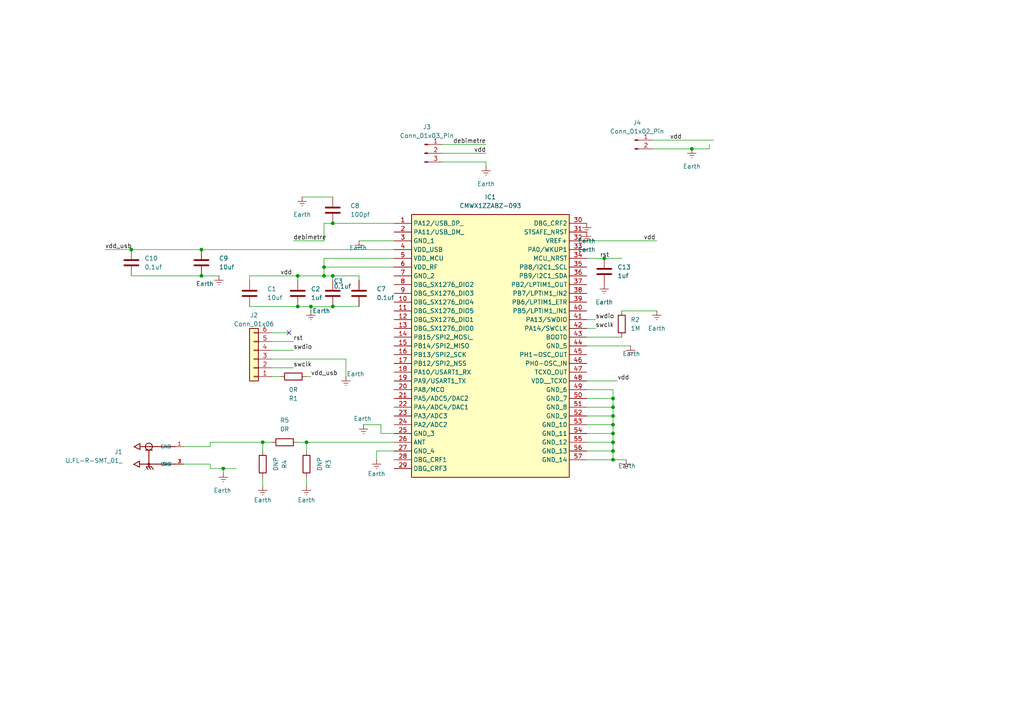
<source format=kicad_sch>
(kicad_sch
	(version 20231120)
	(generator "eeschema")
	(generator_version "8.0")
	(uuid "912cea60-c147-407c-b1f2-b8d5e943cba8")
	(paper "A4")
	(lib_symbols
		(symbol "CMWX1ZZABZ-093:CMWX1ZZABZ-093"
			(exclude_from_sim no)
			(in_bom yes)
			(on_board yes)
			(property "Reference" "IC"
				(at 52.07 7.62 0)
				(effects
					(font
						(size 1.27 1.27)
					)
					(justify left top)
				)
			)
			(property "Value" "CMWX1ZZABZ-093"
				(at 52.07 5.08 0)
				(effects
					(font
						(size 1.27 1.27)
					)
					(justify left top)
				)
			)
			(property "Footprint" "CMWX1ZZABZ093"
				(at 52.07 -94.92 0)
				(effects
					(font
						(size 1.27 1.27)
					)
					(justify left top)
					(hide yes)
				)
			)
			(property "Datasheet" "https://www.murata.com/products/productdata/8822549708830/TYPEABZ-093.pdf?1691465418000"
				(at 52.07 -194.92 0)
				(effects
					(font
						(size 1.27 1.27)
					)
					(justify left top)
					(hide yes)
				)
			)
			(property "Description" "General ISM < 1GHz LoRa Transceiver Module 868MHz, 915MHz Surface Mount"
				(at 0 0 0)
				(effects
					(font
						(size 1.27 1.27)
					)
					(hide yes)
				)
			)
			(property "Height" "1.76"
				(at 52.07 -394.92 0)
				(effects
					(font
						(size 1.27 1.27)
					)
					(justify left top)
					(hide yes)
				)
			)
			(property "Mouser Part Number" "81-CMWX1ZZABZ-093"
				(at 52.07 -494.92 0)
				(effects
					(font
						(size 1.27 1.27)
					)
					(justify left top)
					(hide yes)
				)
			)
			(property "Mouser Price/Stock" "https://www.mouser.co.uk/ProductDetail/Murata-Electronics/CMWX1ZZABZ-093?qs=gTYE2QTfZfRxVlR%2FlFm6Dg%3D%3D"
				(at 52.07 -594.92 0)
				(effects
					(font
						(size 1.27 1.27)
					)
					(justify left top)
					(hide yes)
				)
			)
			(property "Manufacturer_Name" "Murata Electronics"
				(at 52.07 -694.92 0)
				(effects
					(font
						(size 1.27 1.27)
					)
					(justify left top)
					(hide yes)
				)
			)
			(property "Manufacturer_Part_Number" "CMWX1ZZABZ-093"
				(at 52.07 -794.92 0)
				(effects
					(font
						(size 1.27 1.27)
					)
					(justify left top)
					(hide yes)
				)
			)
			(symbol "CMWX1ZZABZ-093_1_1"
				(rectangle
					(start 5.08 2.54)
					(end 50.8 -73.66)
					(stroke
						(width 0.254)
						(type default)
					)
					(fill
						(type background)
					)
				)
				(pin passive line
					(at 0 0 0)
					(length 5.08)
					(name "PA12/USB_DP_"
						(effects
							(font
								(size 1.27 1.27)
							)
						)
					)
					(number "1"
						(effects
							(font
								(size 1.27 1.27)
							)
						)
					)
				)
				(pin passive line
					(at 0 -22.86 0)
					(length 5.08)
					(name "DBG_SX1276_DIO4"
						(effects
							(font
								(size 1.27 1.27)
							)
						)
					)
					(number "10"
						(effects
							(font
								(size 1.27 1.27)
							)
						)
					)
				)
				(pin passive line
					(at 0 -25.4 0)
					(length 5.08)
					(name "DBG_SX1276_DIO5"
						(effects
							(font
								(size 1.27 1.27)
							)
						)
					)
					(number "11"
						(effects
							(font
								(size 1.27 1.27)
							)
						)
					)
				)
				(pin passive line
					(at 0 -27.94 0)
					(length 5.08)
					(name "DBG_SX1276_DIO1"
						(effects
							(font
								(size 1.27 1.27)
							)
						)
					)
					(number "12"
						(effects
							(font
								(size 1.27 1.27)
							)
						)
					)
				)
				(pin passive line
					(at 0 -30.48 0)
					(length 5.08)
					(name "DBG_SX1276_DIO0"
						(effects
							(font
								(size 1.27 1.27)
							)
						)
					)
					(number "13"
						(effects
							(font
								(size 1.27 1.27)
							)
						)
					)
				)
				(pin passive line
					(at 0 -33.02 0)
					(length 5.08)
					(name "PB15/SPI2_MOSI_"
						(effects
							(font
								(size 1.27 1.27)
							)
						)
					)
					(number "14"
						(effects
							(font
								(size 1.27 1.27)
							)
						)
					)
				)
				(pin passive line
					(at 0 -35.56 0)
					(length 5.08)
					(name "PB14/SPI2_MISO"
						(effects
							(font
								(size 1.27 1.27)
							)
						)
					)
					(number "15"
						(effects
							(font
								(size 1.27 1.27)
							)
						)
					)
				)
				(pin passive line
					(at 0 -38.1 0)
					(length 5.08)
					(name "PB13/SPI2_SCK"
						(effects
							(font
								(size 1.27 1.27)
							)
						)
					)
					(number "16"
						(effects
							(font
								(size 1.27 1.27)
							)
						)
					)
				)
				(pin passive line
					(at 0 -40.64 0)
					(length 5.08)
					(name "PB12/SPI2_NSS"
						(effects
							(font
								(size 1.27 1.27)
							)
						)
					)
					(number "17"
						(effects
							(font
								(size 1.27 1.27)
							)
						)
					)
				)
				(pin passive line
					(at 0 -43.18 0)
					(length 5.08)
					(name "PA10/USART1_RX"
						(effects
							(font
								(size 1.27 1.27)
							)
						)
					)
					(number "18"
						(effects
							(font
								(size 1.27 1.27)
							)
						)
					)
				)
				(pin passive line
					(at 0 -45.72 0)
					(length 5.08)
					(name "PA9/USART1_TX"
						(effects
							(font
								(size 1.27 1.27)
							)
						)
					)
					(number "19"
						(effects
							(font
								(size 1.27 1.27)
							)
						)
					)
				)
				(pin passive line
					(at 0 -2.54 0)
					(length 5.08)
					(name "PA11/USB_DM_"
						(effects
							(font
								(size 1.27 1.27)
							)
						)
					)
					(number "2"
						(effects
							(font
								(size 1.27 1.27)
							)
						)
					)
				)
				(pin passive line
					(at 0 -48.26 0)
					(length 5.08)
					(name "PA8/MCO"
						(effects
							(font
								(size 1.27 1.27)
							)
						)
					)
					(number "20"
						(effects
							(font
								(size 1.27 1.27)
							)
						)
					)
				)
				(pin passive line
					(at 0 -50.8 0)
					(length 5.08)
					(name "PA5/ADC5/DAC2"
						(effects
							(font
								(size 1.27 1.27)
							)
						)
					)
					(number "21"
						(effects
							(font
								(size 1.27 1.27)
							)
						)
					)
				)
				(pin passive line
					(at 0 -53.34 0)
					(length 5.08)
					(name "PA4/ADC4/DAC1"
						(effects
							(font
								(size 1.27 1.27)
							)
						)
					)
					(number "22"
						(effects
							(font
								(size 1.27 1.27)
							)
						)
					)
				)
				(pin passive line
					(at 0 -55.88 0)
					(length 5.08)
					(name "PA3/ADC3"
						(effects
							(font
								(size 1.27 1.27)
							)
						)
					)
					(number "23"
						(effects
							(font
								(size 1.27 1.27)
							)
						)
					)
				)
				(pin passive line
					(at 0 -58.42 0)
					(length 5.08)
					(name "PA2/ADC2"
						(effects
							(font
								(size 1.27 1.27)
							)
						)
					)
					(number "24"
						(effects
							(font
								(size 1.27 1.27)
							)
						)
					)
				)
				(pin passive line
					(at 0 -60.96 0)
					(length 5.08)
					(name "GND_3"
						(effects
							(font
								(size 1.27 1.27)
							)
						)
					)
					(number "25"
						(effects
							(font
								(size 1.27 1.27)
							)
						)
					)
				)
				(pin passive line
					(at 0 -63.5 0)
					(length 5.08)
					(name "ANT"
						(effects
							(font
								(size 1.27 1.27)
							)
						)
					)
					(number "26"
						(effects
							(font
								(size 1.27 1.27)
							)
						)
					)
				)
				(pin passive line
					(at 0 -66.04 0)
					(length 5.08)
					(name "GND_4"
						(effects
							(font
								(size 1.27 1.27)
							)
						)
					)
					(number "27"
						(effects
							(font
								(size 1.27 1.27)
							)
						)
					)
				)
				(pin passive line
					(at 0 -68.58 0)
					(length 5.08)
					(name "DBG_CRF1"
						(effects
							(font
								(size 1.27 1.27)
							)
						)
					)
					(number "28"
						(effects
							(font
								(size 1.27 1.27)
							)
						)
					)
				)
				(pin passive line
					(at 0 -71.12 0)
					(length 5.08)
					(name "DBG_CRF3"
						(effects
							(font
								(size 1.27 1.27)
							)
						)
					)
					(number "29"
						(effects
							(font
								(size 1.27 1.27)
							)
						)
					)
				)
				(pin passive line
					(at 0 -5.08 0)
					(length 5.08)
					(name "GND_1"
						(effects
							(font
								(size 1.27 1.27)
							)
						)
					)
					(number "3"
						(effects
							(font
								(size 1.27 1.27)
							)
						)
					)
				)
				(pin passive line
					(at 55.88 0 180)
					(length 5.08)
					(name "DBG_CRF2"
						(effects
							(font
								(size 1.27 1.27)
							)
						)
					)
					(number "30"
						(effects
							(font
								(size 1.27 1.27)
							)
						)
					)
				)
				(pin passive line
					(at 55.88 -2.54 180)
					(length 5.08)
					(name "STSAFE_NRST"
						(effects
							(font
								(size 1.27 1.27)
							)
						)
					)
					(number "31"
						(effects
							(font
								(size 1.27 1.27)
							)
						)
					)
				)
				(pin passive line
					(at 55.88 -5.08 180)
					(length 5.08)
					(name "VREF+"
						(effects
							(font
								(size 1.27 1.27)
							)
						)
					)
					(number "32"
						(effects
							(font
								(size 1.27 1.27)
							)
						)
					)
				)
				(pin passive line
					(at 55.88 -7.62 180)
					(length 5.08)
					(name "PA0/WKUP1"
						(effects
							(font
								(size 1.27 1.27)
							)
						)
					)
					(number "33"
						(effects
							(font
								(size 1.27 1.27)
							)
						)
					)
				)
				(pin passive line
					(at 55.88 -10.16 180)
					(length 5.08)
					(name "MCU_NRST"
						(effects
							(font
								(size 1.27 1.27)
							)
						)
					)
					(number "34"
						(effects
							(font
								(size 1.27 1.27)
							)
						)
					)
				)
				(pin passive line
					(at 55.88 -12.7 180)
					(length 5.08)
					(name "PB8/I2C1_SCL"
						(effects
							(font
								(size 1.27 1.27)
							)
						)
					)
					(number "35"
						(effects
							(font
								(size 1.27 1.27)
							)
						)
					)
				)
				(pin passive line
					(at 55.88 -15.24 180)
					(length 5.08)
					(name "PB9/I2C1_SDA"
						(effects
							(font
								(size 1.27 1.27)
							)
						)
					)
					(number "36"
						(effects
							(font
								(size 1.27 1.27)
							)
						)
					)
				)
				(pin passive line
					(at 55.88 -17.78 180)
					(length 5.08)
					(name "PB2/LPTIM1_OUT"
						(effects
							(font
								(size 1.27 1.27)
							)
						)
					)
					(number "37"
						(effects
							(font
								(size 1.27 1.27)
							)
						)
					)
				)
				(pin passive line
					(at 55.88 -20.32 180)
					(length 5.08)
					(name "PB7/LPTIM1_IN2"
						(effects
							(font
								(size 1.27 1.27)
							)
						)
					)
					(number "38"
						(effects
							(font
								(size 1.27 1.27)
							)
						)
					)
				)
				(pin passive line
					(at 55.88 -22.86 180)
					(length 5.08)
					(name "PB6/LPTIM1_ETR"
						(effects
							(font
								(size 1.27 1.27)
							)
						)
					)
					(number "39"
						(effects
							(font
								(size 1.27 1.27)
							)
						)
					)
				)
				(pin passive line
					(at 0 -7.62 0)
					(length 5.08)
					(name "VDD_USB"
						(effects
							(font
								(size 1.27 1.27)
							)
						)
					)
					(number "4"
						(effects
							(font
								(size 1.27 1.27)
							)
						)
					)
				)
				(pin passive line
					(at 55.88 -25.4 180)
					(length 5.08)
					(name "PB5/LPTIM1_IN1"
						(effects
							(font
								(size 1.27 1.27)
							)
						)
					)
					(number "40"
						(effects
							(font
								(size 1.27 1.27)
							)
						)
					)
				)
				(pin passive line
					(at 55.88 -27.94 180)
					(length 5.08)
					(name "PA13/SWDIO"
						(effects
							(font
								(size 1.27 1.27)
							)
						)
					)
					(number "41"
						(effects
							(font
								(size 1.27 1.27)
							)
						)
					)
				)
				(pin passive line
					(at 55.88 -30.48 180)
					(length 5.08)
					(name "PA14/SWCLK"
						(effects
							(font
								(size 1.27 1.27)
							)
						)
					)
					(number "42"
						(effects
							(font
								(size 1.27 1.27)
							)
						)
					)
				)
				(pin passive line
					(at 55.88 -33.02 180)
					(length 5.08)
					(name "BOOT0"
						(effects
							(font
								(size 1.27 1.27)
							)
						)
					)
					(number "43"
						(effects
							(font
								(size 1.27 1.27)
							)
						)
					)
				)
				(pin passive line
					(at 55.88 -35.56 180)
					(length 5.08)
					(name "GND_5"
						(effects
							(font
								(size 1.27 1.27)
							)
						)
					)
					(number "44"
						(effects
							(font
								(size 1.27 1.27)
							)
						)
					)
				)
				(pin passive line
					(at 55.88 -38.1 180)
					(length 5.08)
					(name "PH1-OSC_OUT"
						(effects
							(font
								(size 1.27 1.27)
							)
						)
					)
					(number "45"
						(effects
							(font
								(size 1.27 1.27)
							)
						)
					)
				)
				(pin passive line
					(at 55.88 -40.64 180)
					(length 5.08)
					(name "PH0-OSC_IN"
						(effects
							(font
								(size 1.27 1.27)
							)
						)
					)
					(number "46"
						(effects
							(font
								(size 1.27 1.27)
							)
						)
					)
				)
				(pin passive line
					(at 55.88 -43.18 180)
					(length 5.08)
					(name "TCXO_OUT"
						(effects
							(font
								(size 1.27 1.27)
							)
						)
					)
					(number "47"
						(effects
							(font
								(size 1.27 1.27)
							)
						)
					)
				)
				(pin passive line
					(at 55.88 -45.72 180)
					(length 5.08)
					(name "VDD__TCXO"
						(effects
							(font
								(size 1.27 1.27)
							)
						)
					)
					(number "48"
						(effects
							(font
								(size 1.27 1.27)
							)
						)
					)
				)
				(pin passive line
					(at 55.88 -48.26 180)
					(length 5.08)
					(name "GND_6"
						(effects
							(font
								(size 1.27 1.27)
							)
						)
					)
					(number "49"
						(effects
							(font
								(size 1.27 1.27)
							)
						)
					)
				)
				(pin passive line
					(at 0 -10.16 0)
					(length 5.08)
					(name "VDD_MCU"
						(effects
							(font
								(size 1.27 1.27)
							)
						)
					)
					(number "5"
						(effects
							(font
								(size 1.27 1.27)
							)
						)
					)
				)
				(pin passive line
					(at 55.88 -50.8 180)
					(length 5.08)
					(name "GND_7"
						(effects
							(font
								(size 1.27 1.27)
							)
						)
					)
					(number "50"
						(effects
							(font
								(size 1.27 1.27)
							)
						)
					)
				)
				(pin passive line
					(at 55.88 -53.34 180)
					(length 5.08)
					(name "GND_8"
						(effects
							(font
								(size 1.27 1.27)
							)
						)
					)
					(number "51"
						(effects
							(font
								(size 1.27 1.27)
							)
						)
					)
				)
				(pin passive line
					(at 55.88 -55.88 180)
					(length 5.08)
					(name "GND_9"
						(effects
							(font
								(size 1.27 1.27)
							)
						)
					)
					(number "52"
						(effects
							(font
								(size 1.27 1.27)
							)
						)
					)
				)
				(pin passive line
					(at 55.88 -58.42 180)
					(length 5.08)
					(name "GND_10"
						(effects
							(font
								(size 1.27 1.27)
							)
						)
					)
					(number "53"
						(effects
							(font
								(size 1.27 1.27)
							)
						)
					)
				)
				(pin passive line
					(at 55.88 -60.96 180)
					(length 5.08)
					(name "GND_11"
						(effects
							(font
								(size 1.27 1.27)
							)
						)
					)
					(number "54"
						(effects
							(font
								(size 1.27 1.27)
							)
						)
					)
				)
				(pin passive line
					(at 55.88 -63.5 180)
					(length 5.08)
					(name "GND_12"
						(effects
							(font
								(size 1.27 1.27)
							)
						)
					)
					(number "55"
						(effects
							(font
								(size 1.27 1.27)
							)
						)
					)
				)
				(pin passive line
					(at 55.88 -66.04 180)
					(length 5.08)
					(name "GND_13"
						(effects
							(font
								(size 1.27 1.27)
							)
						)
					)
					(number "56"
						(effects
							(font
								(size 1.27 1.27)
							)
						)
					)
				)
				(pin passive line
					(at 55.88 -68.58 180)
					(length 5.08)
					(name "GND_14"
						(effects
							(font
								(size 1.27 1.27)
							)
						)
					)
					(number "57"
						(effects
							(font
								(size 1.27 1.27)
							)
						)
					)
				)
				(pin passive line
					(at 0 -12.7 0)
					(length 5.08)
					(name "VDD_RF"
						(effects
							(font
								(size 1.27 1.27)
							)
						)
					)
					(number "6"
						(effects
							(font
								(size 1.27 1.27)
							)
						)
					)
				)
				(pin passive line
					(at 0 -15.24 0)
					(length 5.08)
					(name "GND_2"
						(effects
							(font
								(size 1.27 1.27)
							)
						)
					)
					(number "7"
						(effects
							(font
								(size 1.27 1.27)
							)
						)
					)
				)
				(pin passive line
					(at 0 -17.78 0)
					(length 5.08)
					(name "DBG_SX1276_DIO2"
						(effects
							(font
								(size 1.27 1.27)
							)
						)
					)
					(number "8"
						(effects
							(font
								(size 1.27 1.27)
							)
						)
					)
				)
				(pin passive line
					(at 0 -20.32 0)
					(length 5.08)
					(name "DBG_SX1276_DIO3"
						(effects
							(font
								(size 1.27 1.27)
							)
						)
					)
					(number "9"
						(effects
							(font
								(size 1.27 1.27)
							)
						)
					)
				)
			)
		)
		(symbol "Connector:Conn_01x02_Pin"
			(pin_names
				(offset 1.016) hide)
			(exclude_from_sim no)
			(in_bom yes)
			(on_board yes)
			(property "Reference" "J"
				(at 0 2.54 0)
				(effects
					(font
						(size 1.27 1.27)
					)
				)
			)
			(property "Value" "Conn_01x02_Pin"
				(at 0 -5.08 0)
				(effects
					(font
						(size 1.27 1.27)
					)
				)
			)
			(property "Footprint" ""
				(at 0 0 0)
				(effects
					(font
						(size 1.27 1.27)
					)
					(hide yes)
				)
			)
			(property "Datasheet" "~"
				(at 0 0 0)
				(effects
					(font
						(size 1.27 1.27)
					)
					(hide yes)
				)
			)
			(property "Description" "Generic connector, single row, 01x02, script generated"
				(at 0 0 0)
				(effects
					(font
						(size 1.27 1.27)
					)
					(hide yes)
				)
			)
			(property "ki_locked" ""
				(at 0 0 0)
				(effects
					(font
						(size 1.27 1.27)
					)
				)
			)
			(property "ki_keywords" "connector"
				(at 0 0 0)
				(effects
					(font
						(size 1.27 1.27)
					)
					(hide yes)
				)
			)
			(property "ki_fp_filters" "Connector*:*_1x??_*"
				(at 0 0 0)
				(effects
					(font
						(size 1.27 1.27)
					)
					(hide yes)
				)
			)
			(symbol "Conn_01x02_Pin_1_1"
				(polyline
					(pts
						(xy 1.27 -2.54) (xy 0.8636 -2.54)
					)
					(stroke
						(width 0.1524)
						(type default)
					)
					(fill
						(type none)
					)
				)
				(polyline
					(pts
						(xy 1.27 0) (xy 0.8636 0)
					)
					(stroke
						(width 0.1524)
						(type default)
					)
					(fill
						(type none)
					)
				)
				(rectangle
					(start 0.8636 -2.413)
					(end 0 -2.667)
					(stroke
						(width 0.1524)
						(type default)
					)
					(fill
						(type outline)
					)
				)
				(rectangle
					(start 0.8636 0.127)
					(end 0 -0.127)
					(stroke
						(width 0.1524)
						(type default)
					)
					(fill
						(type outline)
					)
				)
				(pin passive line
					(at 5.08 0 180)
					(length 3.81)
					(name "Pin_1"
						(effects
							(font
								(size 1.27 1.27)
							)
						)
					)
					(number "1"
						(effects
							(font
								(size 1.27 1.27)
							)
						)
					)
				)
				(pin passive line
					(at 5.08 -2.54 180)
					(length 3.81)
					(name "Pin_2"
						(effects
							(font
								(size 1.27 1.27)
							)
						)
					)
					(number "2"
						(effects
							(font
								(size 1.27 1.27)
							)
						)
					)
				)
			)
		)
		(symbol "Connector:Conn_01x03_Pin"
			(pin_names
				(offset 1.016) hide)
			(exclude_from_sim no)
			(in_bom yes)
			(on_board yes)
			(property "Reference" "J"
				(at 0 5.08 0)
				(effects
					(font
						(size 1.27 1.27)
					)
				)
			)
			(property "Value" "Conn_01x03_Pin"
				(at 0 -5.08 0)
				(effects
					(font
						(size 1.27 1.27)
					)
				)
			)
			(property "Footprint" ""
				(at 0 0 0)
				(effects
					(font
						(size 1.27 1.27)
					)
					(hide yes)
				)
			)
			(property "Datasheet" "~"
				(at 0 0 0)
				(effects
					(font
						(size 1.27 1.27)
					)
					(hide yes)
				)
			)
			(property "Description" "Generic connector, single row, 01x03, script generated"
				(at 0 0 0)
				(effects
					(font
						(size 1.27 1.27)
					)
					(hide yes)
				)
			)
			(property "ki_locked" ""
				(at 0 0 0)
				(effects
					(font
						(size 1.27 1.27)
					)
				)
			)
			(property "ki_keywords" "connector"
				(at 0 0 0)
				(effects
					(font
						(size 1.27 1.27)
					)
					(hide yes)
				)
			)
			(property "ki_fp_filters" "Connector*:*_1x??_*"
				(at 0 0 0)
				(effects
					(font
						(size 1.27 1.27)
					)
					(hide yes)
				)
			)
			(symbol "Conn_01x03_Pin_1_1"
				(polyline
					(pts
						(xy 1.27 -2.54) (xy 0.8636 -2.54)
					)
					(stroke
						(width 0.1524)
						(type default)
					)
					(fill
						(type none)
					)
				)
				(polyline
					(pts
						(xy 1.27 0) (xy 0.8636 0)
					)
					(stroke
						(width 0.1524)
						(type default)
					)
					(fill
						(type none)
					)
				)
				(polyline
					(pts
						(xy 1.27 2.54) (xy 0.8636 2.54)
					)
					(stroke
						(width 0.1524)
						(type default)
					)
					(fill
						(type none)
					)
				)
				(rectangle
					(start 0.8636 -2.413)
					(end 0 -2.667)
					(stroke
						(width 0.1524)
						(type default)
					)
					(fill
						(type outline)
					)
				)
				(rectangle
					(start 0.8636 0.127)
					(end 0 -0.127)
					(stroke
						(width 0.1524)
						(type default)
					)
					(fill
						(type outline)
					)
				)
				(rectangle
					(start 0.8636 2.667)
					(end 0 2.413)
					(stroke
						(width 0.1524)
						(type default)
					)
					(fill
						(type outline)
					)
				)
				(pin passive line
					(at 5.08 2.54 180)
					(length 3.81)
					(name "Pin_1"
						(effects
							(font
								(size 1.27 1.27)
							)
						)
					)
					(number "1"
						(effects
							(font
								(size 1.27 1.27)
							)
						)
					)
				)
				(pin passive line
					(at 5.08 0 180)
					(length 3.81)
					(name "Pin_2"
						(effects
							(font
								(size 1.27 1.27)
							)
						)
					)
					(number "2"
						(effects
							(font
								(size 1.27 1.27)
							)
						)
					)
				)
				(pin passive line
					(at 5.08 -2.54 180)
					(length 3.81)
					(name "Pin_3"
						(effects
							(font
								(size 1.27 1.27)
							)
						)
					)
					(number "3"
						(effects
							(font
								(size 1.27 1.27)
							)
						)
					)
				)
			)
		)
		(symbol "Connector_Generic:Conn_01x06"
			(pin_names
				(offset 1.016) hide)
			(exclude_from_sim no)
			(in_bom yes)
			(on_board yes)
			(property "Reference" "J"
				(at 0 7.62 0)
				(effects
					(font
						(size 1.27 1.27)
					)
				)
			)
			(property "Value" "Conn_01x06"
				(at 0 -10.16 0)
				(effects
					(font
						(size 1.27 1.27)
					)
				)
			)
			(property "Footprint" ""
				(at 0 0 0)
				(effects
					(font
						(size 1.27 1.27)
					)
					(hide yes)
				)
			)
			(property "Datasheet" "~"
				(at 0 0 0)
				(effects
					(font
						(size 1.27 1.27)
					)
					(hide yes)
				)
			)
			(property "Description" "Generic connector, single row, 01x06, script generated (kicad-library-utils/schlib/autogen/connector/)"
				(at 0 0 0)
				(effects
					(font
						(size 1.27 1.27)
					)
					(hide yes)
				)
			)
			(property "ki_keywords" "connector"
				(at 0 0 0)
				(effects
					(font
						(size 1.27 1.27)
					)
					(hide yes)
				)
			)
			(property "ki_fp_filters" "Connector*:*_1x??_*"
				(at 0 0 0)
				(effects
					(font
						(size 1.27 1.27)
					)
					(hide yes)
				)
			)
			(symbol "Conn_01x06_1_1"
				(rectangle
					(start -1.27 -7.493)
					(end 0 -7.747)
					(stroke
						(width 0.1524)
						(type default)
					)
					(fill
						(type none)
					)
				)
				(rectangle
					(start -1.27 -4.953)
					(end 0 -5.207)
					(stroke
						(width 0.1524)
						(type default)
					)
					(fill
						(type none)
					)
				)
				(rectangle
					(start -1.27 -2.413)
					(end 0 -2.667)
					(stroke
						(width 0.1524)
						(type default)
					)
					(fill
						(type none)
					)
				)
				(rectangle
					(start -1.27 0.127)
					(end 0 -0.127)
					(stroke
						(width 0.1524)
						(type default)
					)
					(fill
						(type none)
					)
				)
				(rectangle
					(start -1.27 2.667)
					(end 0 2.413)
					(stroke
						(width 0.1524)
						(type default)
					)
					(fill
						(type none)
					)
				)
				(rectangle
					(start -1.27 5.207)
					(end 0 4.953)
					(stroke
						(width 0.1524)
						(type default)
					)
					(fill
						(type none)
					)
				)
				(rectangle
					(start -1.27 6.35)
					(end 1.27 -8.89)
					(stroke
						(width 0.254)
						(type default)
					)
					(fill
						(type background)
					)
				)
				(pin passive line
					(at -5.08 5.08 0)
					(length 3.81)
					(name "Pin_1"
						(effects
							(font
								(size 1.27 1.27)
							)
						)
					)
					(number "1"
						(effects
							(font
								(size 1.27 1.27)
							)
						)
					)
				)
				(pin passive line
					(at -5.08 2.54 0)
					(length 3.81)
					(name "Pin_2"
						(effects
							(font
								(size 1.27 1.27)
							)
						)
					)
					(number "2"
						(effects
							(font
								(size 1.27 1.27)
							)
						)
					)
				)
				(pin passive line
					(at -5.08 0 0)
					(length 3.81)
					(name "Pin_3"
						(effects
							(font
								(size 1.27 1.27)
							)
						)
					)
					(number "3"
						(effects
							(font
								(size 1.27 1.27)
							)
						)
					)
				)
				(pin passive line
					(at -5.08 -2.54 0)
					(length 3.81)
					(name "Pin_4"
						(effects
							(font
								(size 1.27 1.27)
							)
						)
					)
					(number "4"
						(effects
							(font
								(size 1.27 1.27)
							)
						)
					)
				)
				(pin passive line
					(at -5.08 -5.08 0)
					(length 3.81)
					(name "Pin_5"
						(effects
							(font
								(size 1.27 1.27)
							)
						)
					)
					(number "5"
						(effects
							(font
								(size 1.27 1.27)
							)
						)
					)
				)
				(pin passive line
					(at -5.08 -7.62 0)
					(length 3.81)
					(name "Pin_6"
						(effects
							(font
								(size 1.27 1.27)
							)
						)
					)
					(number "6"
						(effects
							(font
								(size 1.27 1.27)
							)
						)
					)
				)
			)
		)
		(symbol "Device:C"
			(pin_numbers hide)
			(pin_names
				(offset 0.254)
			)
			(exclude_from_sim no)
			(in_bom yes)
			(on_board yes)
			(property "Reference" "C"
				(at 0.635 2.54 0)
				(effects
					(font
						(size 1.27 1.27)
					)
					(justify left)
				)
			)
			(property "Value" "C"
				(at 0.635 -2.54 0)
				(effects
					(font
						(size 1.27 1.27)
					)
					(justify left)
				)
			)
			(property "Footprint" ""
				(at 0.9652 -3.81 0)
				(effects
					(font
						(size 1.27 1.27)
					)
					(hide yes)
				)
			)
			(property "Datasheet" "~"
				(at 0 0 0)
				(effects
					(font
						(size 1.27 1.27)
					)
					(hide yes)
				)
			)
			(property "Description" "Unpolarized capacitor"
				(at 0 0 0)
				(effects
					(font
						(size 1.27 1.27)
					)
					(hide yes)
				)
			)
			(property "ki_keywords" "cap capacitor"
				(at 0 0 0)
				(effects
					(font
						(size 1.27 1.27)
					)
					(hide yes)
				)
			)
			(property "ki_fp_filters" "C_*"
				(at 0 0 0)
				(effects
					(font
						(size 1.27 1.27)
					)
					(hide yes)
				)
			)
			(symbol "C_0_1"
				(polyline
					(pts
						(xy -2.032 -0.762) (xy 2.032 -0.762)
					)
					(stroke
						(width 0.508)
						(type default)
					)
					(fill
						(type none)
					)
				)
				(polyline
					(pts
						(xy -2.032 0.762) (xy 2.032 0.762)
					)
					(stroke
						(width 0.508)
						(type default)
					)
					(fill
						(type none)
					)
				)
			)
			(symbol "C_1_1"
				(pin passive line
					(at 0 3.81 270)
					(length 2.794)
					(name "~"
						(effects
							(font
								(size 1.27 1.27)
							)
						)
					)
					(number "1"
						(effects
							(font
								(size 1.27 1.27)
							)
						)
					)
				)
				(pin passive line
					(at 0 -3.81 90)
					(length 2.794)
					(name "~"
						(effects
							(font
								(size 1.27 1.27)
							)
						)
					)
					(number "2"
						(effects
							(font
								(size 1.27 1.27)
							)
						)
					)
				)
			)
		)
		(symbol "Device:R"
			(pin_numbers hide)
			(pin_names
				(offset 0)
			)
			(exclude_from_sim no)
			(in_bom yes)
			(on_board yes)
			(property "Reference" "R"
				(at 2.032 0 90)
				(effects
					(font
						(size 1.27 1.27)
					)
				)
			)
			(property "Value" "R"
				(at 0 0 90)
				(effects
					(font
						(size 1.27 1.27)
					)
				)
			)
			(property "Footprint" ""
				(at -1.778 0 90)
				(effects
					(font
						(size 1.27 1.27)
					)
					(hide yes)
				)
			)
			(property "Datasheet" "~"
				(at 0 0 0)
				(effects
					(font
						(size 1.27 1.27)
					)
					(hide yes)
				)
			)
			(property "Description" "Resistor"
				(at 0 0 0)
				(effects
					(font
						(size 1.27 1.27)
					)
					(hide yes)
				)
			)
			(property "ki_keywords" "R res resistor"
				(at 0 0 0)
				(effects
					(font
						(size 1.27 1.27)
					)
					(hide yes)
				)
			)
			(property "ki_fp_filters" "R_*"
				(at 0 0 0)
				(effects
					(font
						(size 1.27 1.27)
					)
					(hide yes)
				)
			)
			(symbol "R_0_1"
				(rectangle
					(start -1.016 -2.54)
					(end 1.016 2.54)
					(stroke
						(width 0.254)
						(type default)
					)
					(fill
						(type none)
					)
				)
			)
			(symbol "R_1_1"
				(pin passive line
					(at 0 3.81 270)
					(length 1.27)
					(name "~"
						(effects
							(font
								(size 1.27 1.27)
							)
						)
					)
					(number "1"
						(effects
							(font
								(size 1.27 1.27)
							)
						)
					)
				)
				(pin passive line
					(at 0 -3.81 90)
					(length 1.27)
					(name "~"
						(effects
							(font
								(size 1.27 1.27)
							)
						)
					)
					(number "2"
						(effects
							(font
								(size 1.27 1.27)
							)
						)
					)
				)
			)
		)
		(symbol "U.FL-R-SMT_01_[1]:U.FL-R-SMT_01_"
			(pin_names
				(offset 1.016)
			)
			(exclude_from_sim no)
			(in_bom yes)
			(on_board yes)
			(property "Reference" "J1"
				(at 7.62 1.0161 0)
				(effects
					(font
						(size 1.27 1.27)
					)
					(justify left)
				)
			)
			(property "Value" "U.FL-R-SMT_01_"
				(at 7.62 -1.5239 0)
				(effects
					(font
						(size 1.27 1.27)
					)
					(justify left)
				)
			)
			(property "Footprint" "Connector_Coaxial:U.FL_Hirose_U.FL-R-SMT-1_Vertical"
				(at 0 0 0)
				(effects
					(font
						(size 1.27 1.27)
					)
					(justify bottom)
					(hide yes)
				)
			)
			(property "Datasheet" ""
				(at 0 0 0)
				(effects
					(font
						(size 1.27 1.27)
					)
					(hide yes)
				)
			)
			(property "Description" "U.FL Series 6 Ghz 50 Ohm Ultra-small SMT Coaxial Cable Receptacle"
				(at 0 0 0)
				(effects
					(font
						(size 1.27 1.27)
					)
					(justify bottom)
					(hide yes)
				)
			)
			(property "MF" "Hirose"
				(at 0 0 0)
				(effects
					(font
						(size 1.27 1.27)
					)
					(justify bottom)
					(hide yes)
				)
			)
			(property "PACKAGE" "None"
				(at 0 0 0)
				(effects
					(font
						(size 1.27 1.27)
					)
					(justify bottom)
					(hide yes)
				)
			)
			(property "PRICE" "0.84 USD"
				(at 0 0 0)
				(effects
					(font
						(size 1.27 1.27)
					)
					(justify bottom)
					(hide yes)
				)
			)
			(property "Package" "None"
				(at 0 0 0)
				(effects
					(font
						(size 1.27 1.27)
					)
					(justify bottom)
					(hide yes)
				)
			)
			(property "Check_prices" "https://www.snapeda.com/parts/U.FL-R-SMT(01)/Hirose+Electric+Co+Ltd/view-part/?ref=eda"
				(at 0 0 0)
				(effects
					(font
						(size 1.27 1.27)
					)
					(justify bottom)
					(hide yes)
				)
			)
			(property "Price" "None"
				(at 0 0 0)
				(effects
					(font
						(size 1.27 1.27)
					)
					(justify bottom)
					(hide yes)
				)
			)
			(property "SnapEDA_Link" "https://www.snapeda.com/parts/U.FL-R-SMT(01)/Hirose+Electric+Co+Ltd/view-part/?ref=snap"
				(at 0 0 0)
				(effects
					(font
						(size 1.27 1.27)
					)
					(justify bottom)
					(hide yes)
				)
			)
			(property "MP" "U.FL-R-SMT(01)"
				(at 0 0 0)
				(effects
					(font
						(size 1.27 1.27)
					)
					(justify bottom)
					(hide yes)
				)
			)
			(property "Availability" "In Stock"
				(at 0 0 0)
				(effects
					(font
						(size 1.27 1.27)
					)
					(justify bottom)
					(hide yes)
				)
			)
			(property "AVAILABILITY" "Good"
				(at 0 0 0)
				(effects
					(font
						(size 1.27 1.27)
					)
					(justify bottom)
					(hide yes)
				)
			)
			(property "Description_1" "\n                        \n                            U.FL (UMCC) Connector Receptacle, Male Pin 50Ohm Surface Mount Solder. RF Connectors / Coaxial Connectors \n                        \n"
				(at 0 0 0)
				(effects
					(font
						(size 1.27 1.27)
					)
					(justify bottom)
					(hide yes)
				)
			)
			(symbol "U.FL-R-SMT_01__0_0"
				(circle
					(center 0 -2.54)
					(radius 0.254)
					(stroke
						(width 0.254)
						(type default)
					)
					(fill
						(type none)
					)
				)
				(polyline
					(pts
						(xy -7.62 -2.54) (xy 0 -2.54)
					)
					(stroke
						(width 0.254)
						(type default)
					)
					(fill
						(type none)
					)
				)
				(polyline
					(pts
						(xy -7.62 2.54) (xy 2.54 2.54)
					)
					(stroke
						(width 0.254)
						(type default)
					)
					(fill
						(type none)
					)
				)
				(polyline
					(pts
						(xy -1.016 1.524) (xy 0 1.524)
					)
					(stroke
						(width 0.254)
						(type default)
					)
					(fill
						(type none)
					)
				)
				(polyline
					(pts
						(xy -0.762 -3.302) (xy -1.27 -4.064)
					)
					(stroke
						(width 0.254)
						(type default)
					)
					(fill
						(type none)
					)
				)
				(polyline
					(pts
						(xy 0 -3.302) (xy -0.762 -3.302)
					)
					(stroke
						(width 0.254)
						(type default)
					)
					(fill
						(type none)
					)
				)
				(polyline
					(pts
						(xy 0 -3.302) (xy -0.508 -4.064)
					)
					(stroke
						(width 0.254)
						(type default)
					)
					(fill
						(type none)
					)
				)
				(polyline
					(pts
						(xy 0 -3.302) (xy 0.762 -3.302)
					)
					(stroke
						(width 0.254)
						(type default)
					)
					(fill
						(type none)
					)
				)
				(polyline
					(pts
						(xy 0 -2.54) (xy 0 -3.302)
					)
					(stroke
						(width 0.254)
						(type default)
					)
					(fill
						(type none)
					)
				)
				(polyline
					(pts
						(xy 0 1.524) (xy 0 -2.54)
					)
					(stroke
						(width 0.254)
						(type default)
					)
					(fill
						(type none)
					)
				)
				(polyline
					(pts
						(xy 0 1.524) (xy 1.016 1.524)
					)
					(stroke
						(width 0.254)
						(type default)
					)
					(fill
						(type none)
					)
				)
				(polyline
					(pts
						(xy 0.762 -3.302) (xy 0.254 -4.064)
					)
					(stroke
						(width 0.254)
						(type default)
					)
					(fill
						(type none)
					)
				)
				(polyline
					(pts
						(xy 2.54 -2.54) (xy 0 -2.54)
					)
					(stroke
						(width 0.254)
						(type default)
					)
					(fill
						(type none)
					)
				)
				(polyline
					(pts
						(xy 2.6 1.7) (xy 4.3 2.5)
					)
					(stroke
						(width 0.254)
						(type default)
					)
					(fill
						(type none)
					)
				)
				(polyline
					(pts
						(xy 2.6 3.4) (xy 2.6 1.7)
					)
					(stroke
						(width 0.254)
						(type default)
					)
					(fill
						(type none)
					)
				)
				(polyline
					(pts
						(xy 2.7 -3.4) (xy 4.4 -2.6)
					)
					(stroke
						(width 0.254)
						(type default)
					)
					(fill
						(type none)
					)
				)
				(polyline
					(pts
						(xy 2.7 -1.7) (xy 2.7 -3.4)
					)
					(stroke
						(width 0.254)
						(type default)
					)
					(fill
						(type none)
					)
				)
				(polyline
					(pts
						(xy 4.3 2.5) (xy 2.7 3.4)
					)
					(stroke
						(width 0.254)
						(type default)
					)
					(fill
						(type none)
					)
				)
				(polyline
					(pts
						(xy 4.4 -2.6) (xy 2.8 -1.7)
					)
					(stroke
						(width 0.254)
						(type default)
					)
					(fill
						(type none)
					)
				)
				(circle
					(center 0 2.54)
					(radius 1.016)
					(stroke
						(width 0.254)
						(type default)
					)
					(fill
						(type none)
					)
				)
				(pin passive line
					(at -10.16 2.54 0)
					(length 2.54)
					(name "GND"
						(effects
							(font
								(size 1.016 1.016)
							)
						)
					)
					(number "1"
						(effects
							(font
								(size 1.016 1.016)
							)
						)
					)
				)
				(pin passive line
					(at -10.16 -2.54 0)
					(length 2.54)
					(name "GND"
						(effects
							(font
								(size 1.016 1.016)
							)
						)
					)
					(number "2"
						(effects
							(font
								(size 1.016 1.016)
							)
						)
					)
				)
				(pin passive line
					(at -10.16 -2.54 0)
					(length 2.54)
					(name "SIG"
						(effects
							(font
								(size 1.016 1.016)
							)
						)
					)
					(number "3"
						(effects
							(font
								(size 1.016 1.016)
							)
						)
					)
				)
			)
		)
		(symbol "power:Earth"
			(power)
			(pin_numbers hide)
			(pin_names
				(offset 0) hide)
			(exclude_from_sim no)
			(in_bom yes)
			(on_board yes)
			(property "Reference" "#PWR"
				(at 0 -6.35 0)
				(effects
					(font
						(size 1.27 1.27)
					)
					(hide yes)
				)
			)
			(property "Value" "Earth"
				(at 0 -3.81 0)
				(effects
					(font
						(size 1.27 1.27)
					)
				)
			)
			(property "Footprint" ""
				(at 0 0 0)
				(effects
					(font
						(size 1.27 1.27)
					)
					(hide yes)
				)
			)
			(property "Datasheet" "~"
				(at 0 0 0)
				(effects
					(font
						(size 1.27 1.27)
					)
					(hide yes)
				)
			)
			(property "Description" "Power symbol creates a global label with name \"Earth\""
				(at 0 0 0)
				(effects
					(font
						(size 1.27 1.27)
					)
					(hide yes)
				)
			)
			(property "ki_keywords" "global ground gnd"
				(at 0 0 0)
				(effects
					(font
						(size 1.27 1.27)
					)
					(hide yes)
				)
			)
			(symbol "Earth_0_1"
				(polyline
					(pts
						(xy -0.635 -1.905) (xy 0.635 -1.905)
					)
					(stroke
						(width 0)
						(type default)
					)
					(fill
						(type none)
					)
				)
				(polyline
					(pts
						(xy -0.127 -2.54) (xy 0.127 -2.54)
					)
					(stroke
						(width 0)
						(type default)
					)
					(fill
						(type none)
					)
				)
				(polyline
					(pts
						(xy 0 -1.27) (xy 0 0)
					)
					(stroke
						(width 0)
						(type default)
					)
					(fill
						(type none)
					)
				)
				(polyline
					(pts
						(xy 1.27 -1.27) (xy -1.27 -1.27)
					)
					(stroke
						(width 0)
						(type default)
					)
					(fill
						(type none)
					)
				)
			)
			(symbol "Earth_1_1"
				(pin power_in line
					(at 0 0 270)
					(length 0)
					(name "~"
						(effects
							(font
								(size 1.27 1.27)
							)
						)
					)
					(number "1"
						(effects
							(font
								(size 1.27 1.27)
							)
						)
					)
				)
			)
		)
	)
	(junction
		(at 177.8 130.81)
		(diameter 0)
		(color 0 0 0 0)
		(uuid "06b3bf03-fbe6-44c1-926c-fa00cec88d47")
	)
	(junction
		(at 58.42 80.01)
		(diameter 0)
		(color 0 0 0 0)
		(uuid "12b83c2c-309b-42c5-86e5-bc5674b32897")
	)
	(junction
		(at 90.17 88.9)
		(diameter 0)
		(color 0 0 0 0)
		(uuid "1ce03378-8110-4807-b3ef-750630d6f748")
	)
	(junction
		(at 86.36 80.01)
		(diameter 0)
		(color 0 0 0 0)
		(uuid "38b082ab-4b35-4545-bd5c-db644b422aa7")
	)
	(junction
		(at 96.52 88.9)
		(diameter 0)
		(color 0 0 0 0)
		(uuid "3f872c3b-dd2f-4690-aa0b-3f86f9d9f859")
	)
	(junction
		(at 86.36 88.9)
		(diameter 0)
		(color 0 0 0 0)
		(uuid "5bc50938-ce53-4cf0-8237-41b4df44b54d")
	)
	(junction
		(at 88.9 128.27)
		(diameter 0)
		(color 0 0 0 0)
		(uuid "77601d59-b792-409f-9c4b-0d72f8480eed")
	)
	(junction
		(at 64.77 135.89)
		(diameter 0)
		(color 0 0 0 0)
		(uuid "798b6862-a629-4692-8fa1-ea57777a3757")
	)
	(junction
		(at 177.8 123.19)
		(diameter 0)
		(color 0 0 0 0)
		(uuid "7d308621-dafd-4412-93a6-21f1893174df")
	)
	(junction
		(at 38.1 72.39)
		(diameter 0)
		(color 0 0 0 0)
		(uuid "8094deb8-3ce6-4f4d-8750-19ff2d39d041")
	)
	(junction
		(at 177.8 115.57)
		(diameter 0)
		(color 0 0 0 0)
		(uuid "8f55b6d4-5da3-4572-ac12-5a037b9cb440")
	)
	(junction
		(at 177.8 128.27)
		(diameter 0)
		(color 0 0 0 0)
		(uuid "93e8bc18-e5bb-4414-b033-02dcbabcba3d")
	)
	(junction
		(at 58.42 72.39)
		(diameter 0)
		(color 0 0 0 0)
		(uuid "b6477fa2-507c-48e5-8b5f-b43018b3013d")
	)
	(junction
		(at 177.8 120.65)
		(diameter 0)
		(color 0 0 0 0)
		(uuid "b6941185-7373-48d8-a804-c3ddd3a35fcd")
	)
	(junction
		(at 177.8 133.35)
		(diameter 0)
		(color 0 0 0 0)
		(uuid "b71cb1b3-1242-4c12-a7b9-2c669f51b6ba")
	)
	(junction
		(at 96.52 64.77)
		(diameter 0)
		(color 0 0 0 0)
		(uuid "c1f916d8-1107-49d6-b6d6-5dd25b4ed9ba")
	)
	(junction
		(at 175.26 74.93)
		(diameter 0)
		(color 0 0 0 0)
		(uuid "c6e3239e-86fa-4b8f-9db5-7c7de0ebbc7d")
	)
	(junction
		(at 177.8 118.11)
		(diameter 0)
		(color 0 0 0 0)
		(uuid "cf0da559-bc21-4c3a-a23e-a8716a2e27ad")
	)
	(junction
		(at 177.8 125.73)
		(diameter 0)
		(color 0 0 0 0)
		(uuid "da61eb7c-c138-4c80-8d09-095a7e6f03e2")
	)
	(junction
		(at 200.66 43.18)
		(diameter 0)
		(color 0 0 0 0)
		(uuid "dec224b2-9756-4b59-9230-f3cca77da893")
	)
	(junction
		(at 76.2 128.27)
		(diameter 0)
		(color 0 0 0 0)
		(uuid "e5919289-4a71-4713-a43e-3de9bbc7b755")
	)
	(junction
		(at 96.52 80.01)
		(diameter 0)
		(color 0 0 0 0)
		(uuid "e5ce94b7-8529-4f72-9a47-4ef039a446c7")
	)
	(junction
		(at 93.98 80.01)
		(diameter 0)
		(color 0 0 0 0)
		(uuid "f0ce50f7-29a1-4802-9b6a-529d2fd49105")
	)
	(junction
		(at 93.98 77.47)
		(diameter 0)
		(color 0 0 0 0)
		(uuid "f9d08d4a-8a47-42e7-ad85-551b73b9a32c")
	)
	(no_connect
		(at 83.82 96.52)
		(uuid "372c4ff8-c422-4ec9-ad4f-8b3749d24eef")
	)
	(wire
		(pts
			(xy 96.52 64.77) (xy 114.3 64.77)
		)
		(stroke
			(width 0)
			(type default)
		)
		(uuid "017b9d7b-21d5-4a6a-8a08-06b014737964")
	)
	(wire
		(pts
			(xy 170.18 118.11) (xy 177.8 118.11)
		)
		(stroke
			(width 0)
			(type default)
		)
		(uuid "08d8e996-2b44-46f4-a5de-5eec3446f3ab")
	)
	(wire
		(pts
			(xy 78.74 96.52) (xy 83.82 96.52)
		)
		(stroke
			(width 0)
			(type default)
		)
		(uuid "090acbcf-4c85-4510-95cd-f6818f817d99")
	)
	(wire
		(pts
			(xy 85.09 69.85) (xy 93.98 69.85)
		)
		(stroke
			(width 0)
			(type default)
		)
		(uuid "0fdf22ce-0a7e-4e6f-a24a-4890fecd96ec")
	)
	(wire
		(pts
			(xy 170.18 110.49) (xy 179.07 110.49)
		)
		(stroke
			(width 0)
			(type default)
		)
		(uuid "11b01e51-f992-4220-b226-380d7801c6e8")
	)
	(wire
		(pts
			(xy 72.39 80.01) (xy 86.36 80.01)
		)
		(stroke
			(width 0)
			(type default)
		)
		(uuid "1323d95a-540c-4301-9075-f17b1060c210")
	)
	(wire
		(pts
			(xy 189.23 40.64) (xy 207.01 40.64)
		)
		(stroke
			(width 0)
			(type default)
		)
		(uuid "17e5bc07-b38a-4468-b3cd-eee7f4dd528c")
	)
	(wire
		(pts
			(xy 114.3 74.93) (xy 93.98 74.93)
		)
		(stroke
			(width 0)
			(type default)
		)
		(uuid "188ad899-bfa3-4714-8fe1-356271ad2a43")
	)
	(wire
		(pts
			(xy 170.18 69.85) (xy 190.5 69.85)
		)
		(stroke
			(width 0)
			(type default)
		)
		(uuid "1c35a0e8-820c-41e1-8951-f36f7940ca32")
	)
	(wire
		(pts
			(xy 109.22 133.35) (xy 109.22 130.81)
		)
		(stroke
			(width 0)
			(type default)
		)
		(uuid "2551d719-8ab5-4add-9d9a-ba96c7ccf13c")
	)
	(wire
		(pts
			(xy 177.8 130.81) (xy 177.8 133.35)
		)
		(stroke
			(width 0)
			(type default)
		)
		(uuid "256a9c8b-44db-49c1-8452-3f11848b222e")
	)
	(wire
		(pts
			(xy 78.74 106.68) (xy 85.09 106.68)
		)
		(stroke
			(width 0)
			(type default)
		)
		(uuid "27f326e0-d177-49bd-8483-360e48ee3254")
	)
	(wire
		(pts
			(xy 64.77 135.89) (xy 68.58 135.89)
		)
		(stroke
			(width 0)
			(type default)
		)
		(uuid "297cd787-4864-4793-97a9-b9bdd508d9f7")
	)
	(wire
		(pts
			(xy 177.8 120.65) (xy 177.8 123.19)
		)
		(stroke
			(width 0)
			(type default)
		)
		(uuid "2c4c5791-8c51-466a-ad45-b17315798fa6")
	)
	(wire
		(pts
			(xy 109.22 130.81) (xy 114.3 130.81)
		)
		(stroke
			(width 0)
			(type default)
		)
		(uuid "30ce6139-4a98-466f-b0b0-1d57732ca419")
	)
	(wire
		(pts
			(xy 175.26 74.93) (xy 180.34 74.93)
		)
		(stroke
			(width 0)
			(type default)
		)
		(uuid "31187529-b3e9-4a23-b79c-38a804c0c33a")
	)
	(wire
		(pts
			(xy 189.23 43.18) (xy 200.66 43.18)
		)
		(stroke
			(width 0)
			(type default)
		)
		(uuid "32720ae3-e4a3-45fe-9c13-64fd7635478f")
	)
	(wire
		(pts
			(xy 38.1 72.39) (xy 58.42 72.39)
		)
		(stroke
			(width 0)
			(type default)
		)
		(uuid "33ac4671-791d-404c-8894-ef7d2a9c07de")
	)
	(wire
		(pts
			(xy 100.33 109.22) (xy 100.33 104.14)
		)
		(stroke
			(width 0)
			(type default)
		)
		(uuid "3b385a01-82e5-4750-af60-c6cd197dc948")
	)
	(wire
		(pts
			(xy 72.39 88.9) (xy 86.36 88.9)
		)
		(stroke
			(width 0)
			(type default)
		)
		(uuid "3e1e692d-ebdd-4e1b-b774-ccdfc431a241")
	)
	(wire
		(pts
			(xy 170.18 115.57) (xy 177.8 115.57)
		)
		(stroke
			(width 0)
			(type default)
		)
		(uuid "3e554e75-aa5f-452d-b948-ce2c48d6d5cd")
	)
	(wire
		(pts
			(xy 105.41 123.19) (xy 110.49 123.19)
		)
		(stroke
			(width 0)
			(type default)
		)
		(uuid "410986b3-ed86-458a-92b9-5f029ce25584")
	)
	(wire
		(pts
			(xy 86.36 88.9) (xy 90.17 88.9)
		)
		(stroke
			(width 0)
			(type default)
		)
		(uuid "417aaff0-2437-4542-9e77-0ea09be01cfd")
	)
	(wire
		(pts
			(xy 64.77 137.16) (xy 64.77 135.89)
		)
		(stroke
			(width 0)
			(type default)
		)
		(uuid "43930a3a-4f26-46a0-b70b-621e7f9e3187")
	)
	(wire
		(pts
			(xy 104.14 80.01) (xy 96.52 80.01)
		)
		(stroke
			(width 0)
			(type default)
		)
		(uuid "442c6f3b-a331-49b3-b408-d0341b3c0d5c")
	)
	(wire
		(pts
			(xy 78.74 99.06) (xy 85.09 99.06)
		)
		(stroke
			(width 0)
			(type default)
		)
		(uuid "46b08d1c-ef33-41b5-a10a-d73d710340e0")
	)
	(wire
		(pts
			(xy 93.98 64.77) (xy 96.52 64.77)
		)
		(stroke
			(width 0)
			(type default)
		)
		(uuid "46e4de4f-31ee-46be-b92e-10bfbb4222bd")
	)
	(wire
		(pts
			(xy 177.8 123.19) (xy 177.8 125.73)
		)
		(stroke
			(width 0)
			(type default)
		)
		(uuid "4a91bafe-c2cb-418e-aab7-57dcc2339160")
	)
	(wire
		(pts
			(xy 93.98 69.85) (xy 93.98 64.77)
		)
		(stroke
			(width 0)
			(type default)
		)
		(uuid "4b38eff7-ca88-4919-8b55-e6209a81dd7c")
	)
	(wire
		(pts
			(xy 72.39 81.28) (xy 72.39 80.01)
		)
		(stroke
			(width 0)
			(type default)
		)
		(uuid "4d3d1dba-8d5c-4c46-8f80-481f6d3318aa")
	)
	(wire
		(pts
			(xy 110.49 125.73) (xy 114.3 125.73)
		)
		(stroke
			(width 0)
			(type default)
		)
		(uuid "56af72ab-f7e7-4404-918f-ce123b08cfe4")
	)
	(wire
		(pts
			(xy 88.9 109.22) (xy 90.17 109.22)
		)
		(stroke
			(width 0)
			(type default)
		)
		(uuid "57f0d812-947a-4dff-8c9c-c690d03fe378")
	)
	(wire
		(pts
			(xy 96.52 80.01) (xy 93.98 80.01)
		)
		(stroke
			(width 0)
			(type default)
		)
		(uuid "5c2430a1-43b4-4829-947c-ae2f1355e31f")
	)
	(wire
		(pts
			(xy 30.48 72.39) (xy 38.1 72.39)
		)
		(stroke
			(width 0)
			(type default)
		)
		(uuid "5d366a9b-6c3f-4740-aa8e-adab610ba4e9")
	)
	(wire
		(pts
			(xy 128.27 46.99) (xy 140.97 46.99)
		)
		(stroke
			(width 0)
			(type default)
		)
		(uuid "5e2ece04-27b9-4423-95a2-92f47736c064")
	)
	(wire
		(pts
			(xy 60.96 128.27) (xy 60.96 129.54)
		)
		(stroke
			(width 0)
			(type default)
		)
		(uuid "638fe168-7c8d-4718-a089-6797cd8f876a")
	)
	(wire
		(pts
			(xy 60.96 135.89) (xy 64.77 135.89)
		)
		(stroke
			(width 0)
			(type default)
		)
		(uuid "6530f30a-89ba-4c87-be2b-2d90153825ec")
	)
	(wire
		(pts
			(xy 170.18 92.71) (xy 172.72 92.71)
		)
		(stroke
			(width 0)
			(type default)
		)
		(uuid "65604235-15d1-4c64-8f3c-7fe597d1f76f")
	)
	(wire
		(pts
			(xy 104.14 69.85) (xy 114.3 69.85)
		)
		(stroke
			(width 0)
			(type default)
		)
		(uuid "65a82e82-f383-4278-91de-e4d561b4dc36")
	)
	(wire
		(pts
			(xy 38.1 80.01) (xy 58.42 80.01)
		)
		(stroke
			(width 0)
			(type default)
		)
		(uuid "6b5cdfa6-8cf5-422e-96ae-6593f5e2d196")
	)
	(wire
		(pts
			(xy 190.5 90.17) (xy 180.34 90.17)
		)
		(stroke
			(width 0)
			(type default)
		)
		(uuid "6bec0b37-0742-4a35-bbcc-555661d7211a")
	)
	(wire
		(pts
			(xy 177.8 118.11) (xy 177.8 120.65)
		)
		(stroke
			(width 0)
			(type default)
		)
		(uuid "714ef9e4-6bdc-4b72-8942-d2539518ebd8")
	)
	(wire
		(pts
			(xy 81.28 109.22) (xy 78.74 109.22)
		)
		(stroke
			(width 0)
			(type default)
		)
		(uuid "718530bd-ee5d-42ab-9a8c-64779d6732dd")
	)
	(wire
		(pts
			(xy 88.9 128.27) (xy 114.3 128.27)
		)
		(stroke
			(width 0)
			(type default)
		)
		(uuid "73af812b-a367-4351-be37-67f3d251ab78")
	)
	(wire
		(pts
			(xy 177.8 115.57) (xy 177.8 118.11)
		)
		(stroke
			(width 0)
			(type default)
		)
		(uuid "743aacab-23dd-495c-a3ec-b5ad2b9d2dd2")
	)
	(wire
		(pts
			(xy 170.18 95.25) (xy 172.72 95.25)
		)
		(stroke
			(width 0)
			(type default)
		)
		(uuid "797c9491-37a2-4038-af73-b36d663c5cfe")
	)
	(wire
		(pts
			(xy 78.74 128.27) (xy 76.2 128.27)
		)
		(stroke
			(width 0)
			(type default)
		)
		(uuid "7c223537-1ab4-4e9e-8895-682cdd79368e")
	)
	(wire
		(pts
			(xy 88.9 138.43) (xy 88.9 140.97)
		)
		(stroke
			(width 0)
			(type default)
		)
		(uuid "7dbe80b2-30bc-4ba0-ba83-5716316e939f")
	)
	(wire
		(pts
			(xy 96.52 80.01) (xy 96.52 81.28)
		)
		(stroke
			(width 0)
			(type default)
		)
		(uuid "7e70b7f7-1ffb-4dd6-a6d9-4e3a39b64de5")
	)
	(wire
		(pts
			(xy 177.8 133.35) (xy 170.18 133.35)
		)
		(stroke
			(width 0)
			(type default)
		)
		(uuid "7ebf5baf-d42d-4777-8d24-1b7d38c9e84e")
	)
	(wire
		(pts
			(xy 170.18 125.73) (xy 177.8 125.73)
		)
		(stroke
			(width 0)
			(type default)
		)
		(uuid "81c7d5f7-12c6-4f9a-ba62-04186aeacd56")
	)
	(wire
		(pts
			(xy 205.74 41.91) (xy 205.74 43.18)
		)
		(stroke
			(width 0)
			(type default)
		)
		(uuid "8237b6aa-74e3-4b11-94c3-3a03893c4441")
	)
	(wire
		(pts
			(xy 96.52 88.9) (xy 104.14 88.9)
		)
		(stroke
			(width 0)
			(type default)
		)
		(uuid "82513643-210b-495d-a017-734c82b52244")
	)
	(wire
		(pts
			(xy 90.17 90.17) (xy 90.17 88.9)
		)
		(stroke
			(width 0)
			(type default)
		)
		(uuid "838c1b2a-612a-441c-9d69-c25875815744")
	)
	(wire
		(pts
			(xy 100.33 104.14) (xy 78.74 104.14)
		)
		(stroke
			(width 0)
			(type default)
		)
		(uuid "8afb1fb1-03bd-4638-a82c-ab16627d27d4")
	)
	(wire
		(pts
			(xy 170.18 120.65) (xy 177.8 120.65)
		)
		(stroke
			(width 0)
			(type default)
		)
		(uuid "8b2c9d52-236e-499b-bb40-4056a9021b84")
	)
	(wire
		(pts
			(xy 90.17 88.9) (xy 96.52 88.9)
		)
		(stroke
			(width 0)
			(type default)
		)
		(uuid "8baec664-55d8-4c30-9579-4266ff880bb0")
	)
	(wire
		(pts
			(xy 76.2 128.27) (xy 60.96 128.27)
		)
		(stroke
			(width 0)
			(type default)
		)
		(uuid "987f570d-9873-405a-a6b3-5acc199124fa")
	)
	(wire
		(pts
			(xy 170.18 128.27) (xy 177.8 128.27)
		)
		(stroke
			(width 0)
			(type default)
		)
		(uuid "9b9bbf1d-5d11-4ff0-bd0c-3e192ae9e81e")
	)
	(wire
		(pts
			(xy 60.96 134.62) (xy 60.96 135.89)
		)
		(stroke
			(width 0)
			(type default)
		)
		(uuid "9cb3fb76-297d-4f81-a747-b38bf64e4831")
	)
	(wire
		(pts
			(xy 200.66 43.18) (xy 205.74 43.18)
		)
		(stroke
			(width 0)
			(type default)
		)
		(uuid "a8a63740-3611-4839-bc11-c31663f120a4")
	)
	(wire
		(pts
			(xy 104.14 80.01) (xy 104.14 81.28)
		)
		(stroke
			(width 0)
			(type default)
		)
		(uuid "a97e7889-8c0e-4396-b64b-c919f905a0a3")
	)
	(wire
		(pts
			(xy 170.18 74.93) (xy 175.26 74.93)
		)
		(stroke
			(width 0)
			(type default)
		)
		(uuid "a9d777a4-be81-43e7-9ab7-bd9606309bc4")
	)
	(wire
		(pts
			(xy 93.98 74.93) (xy 93.98 77.47)
		)
		(stroke
			(width 0)
			(type default)
		)
		(uuid "aadc34a1-35f7-4150-b31d-e1e5f90ca860")
	)
	(wire
		(pts
			(xy 58.42 72.39) (xy 114.3 72.39)
		)
		(stroke
			(width 0)
			(type default)
		)
		(uuid "ac529ec1-f9d8-4f41-a375-6754c7a19142")
	)
	(wire
		(pts
			(xy 140.97 46.99) (xy 140.97 48.26)
		)
		(stroke
			(width 0)
			(type default)
		)
		(uuid "b060a229-10fb-44a5-8159-b935fdff525a")
	)
	(wire
		(pts
			(xy 76.2 128.27) (xy 76.2 130.81)
		)
		(stroke
			(width 0)
			(type default)
		)
		(uuid "b1a1d4a7-0a61-4a00-b3fd-4e7ed0cb9833")
	)
	(wire
		(pts
			(xy 170.18 123.19) (xy 177.8 123.19)
		)
		(stroke
			(width 0)
			(type default)
		)
		(uuid "b7aea316-6e82-459d-929e-ea7b60d6dfbb")
	)
	(wire
		(pts
			(xy 110.49 123.19) (xy 110.49 125.73)
		)
		(stroke
			(width 0)
			(type default)
		)
		(uuid "ba851878-455d-43f2-9a31-0ef774dca491")
	)
	(wire
		(pts
			(xy 86.36 80.01) (xy 93.98 80.01)
		)
		(stroke
			(width 0)
			(type default)
		)
		(uuid "ba8637ae-58fc-4244-bfd0-66ff347262f0")
	)
	(wire
		(pts
			(xy 93.98 77.47) (xy 114.3 77.47)
		)
		(stroke
			(width 0)
			(type default)
		)
		(uuid "c0138a8b-b205-4470-86b1-cdf7319abb5d")
	)
	(wire
		(pts
			(xy 181.61 133.35) (xy 177.8 133.35)
		)
		(stroke
			(width 0)
			(type default)
		)
		(uuid "c1f4d2f3-7d40-44e8-8fb3-08a5506e75f2")
	)
	(wire
		(pts
			(xy 128.27 44.45) (xy 140.97 44.45)
		)
		(stroke
			(width 0)
			(type default)
		)
		(uuid "c73c3933-d8af-4987-958b-632f1ff581e5")
	)
	(wire
		(pts
			(xy 86.36 80.01) (xy 86.36 81.28)
		)
		(stroke
			(width 0)
			(type default)
		)
		(uuid "caf6554e-dd58-4282-9a62-26caa5bbf1b7")
	)
	(wire
		(pts
			(xy 93.98 77.47) (xy 93.98 80.01)
		)
		(stroke
			(width 0)
			(type default)
		)
		(uuid "cea7c6bc-2dba-4827-8430-e4b82c441d93")
	)
	(wire
		(pts
			(xy 88.9 128.27) (xy 88.9 130.81)
		)
		(stroke
			(width 0)
			(type default)
		)
		(uuid "d1d4f52a-52b1-4e5a-9d29-dfea17a06d0d")
	)
	(wire
		(pts
			(xy 170.18 113.03) (xy 177.8 113.03)
		)
		(stroke
			(width 0)
			(type default)
		)
		(uuid "d4e4365a-2174-4133-983f-4b4c4c7db167")
	)
	(wire
		(pts
			(xy 58.42 80.01) (xy 63.5 80.01)
		)
		(stroke
			(width 0)
			(type default)
		)
		(uuid "d67b59c2-598b-4b08-9a65-5d216f50d71a")
	)
	(wire
		(pts
			(xy 53.34 134.62) (xy 60.96 134.62)
		)
		(stroke
			(width 0)
			(type default)
		)
		(uuid "d6babb2c-1ae8-454f-b998-c0ea6f94d9a6")
	)
	(wire
		(pts
			(xy 87.63 57.15) (xy 96.52 57.15)
		)
		(stroke
			(width 0)
			(type default)
		)
		(uuid "db2a274c-4747-488e-9a28-0e2ff6f87cf1")
	)
	(wire
		(pts
			(xy 177.8 125.73) (xy 177.8 128.27)
		)
		(stroke
			(width 0)
			(type default)
		)
		(uuid "dd85e768-e316-45a5-bdb6-50d56393173d")
	)
	(wire
		(pts
			(xy 76.2 138.43) (xy 76.2 140.97)
		)
		(stroke
			(width 0)
			(type default)
		)
		(uuid "ddc486a3-fc2d-4e5d-b6d3-f3fb0bb10434")
	)
	(wire
		(pts
			(xy 182.88 100.33) (xy 170.18 100.33)
		)
		(stroke
			(width 0)
			(type default)
		)
		(uuid "de6ff0fc-5353-4983-bf9f-642f4b9fa840")
	)
	(wire
		(pts
			(xy 177.8 113.03) (xy 177.8 115.57)
		)
		(stroke
			(width 0)
			(type default)
		)
		(uuid "df02ae3b-5ee5-4bf7-a1ba-d09a61da5f40")
	)
	(wire
		(pts
			(xy 86.36 128.27) (xy 88.9 128.27)
		)
		(stroke
			(width 0)
			(type default)
		)
		(uuid "e2aeebfc-64d1-4931-9aa0-058cbc0cf0bc")
	)
	(wire
		(pts
			(xy 78.74 101.6) (xy 85.09 101.6)
		)
		(stroke
			(width 0)
			(type default)
		)
		(uuid "e39f9f51-d874-401e-ae5e-876cb8e5a437")
	)
	(wire
		(pts
			(xy 53.34 129.54) (xy 60.96 129.54)
		)
		(stroke
			(width 0)
			(type default)
		)
		(uuid "e677e0c3-feb2-4771-9273-1a8538b10770")
	)
	(wire
		(pts
			(xy 170.18 130.81) (xy 177.8 130.81)
		)
		(stroke
			(width 0)
			(type default)
		)
		(uuid "f34b45a8-cf22-43cb-affe-85845e67726f")
	)
	(wire
		(pts
			(xy 170.18 97.79) (xy 180.34 97.79)
		)
		(stroke
			(width 0)
			(type default)
		)
		(uuid "f3fb5c3f-46fa-4af2-b8e8-d3a70318fca2")
	)
	(wire
		(pts
			(xy 128.27 41.91) (xy 140.97 41.91)
		)
		(stroke
			(width 0)
			(type default)
		)
		(uuid "f68ca1e9-54e2-4e7d-80aa-812fdd8b356d")
	)
	(wire
		(pts
			(xy 177.8 128.27) (xy 177.8 130.81)
		)
		(stroke
			(width 0)
			(type default)
		)
		(uuid "f8bdea86-34e4-43dd-8feb-109903392728")
	)
	(label "vdd"
		(at 186.69 69.85 0)
		(fields_autoplaced yes)
		(effects
			(font
				(size 1.27 1.27)
			)
			(justify left bottom)
		)
		(uuid "084a7751-19bd-41b8-ae71-05796da9c9e6")
	)
	(label "vdd_usb"
		(at 30.48 72.39 0)
		(fields_autoplaced yes)
		(effects
			(font
				(size 1.27 1.27)
			)
			(justify left bottom)
		)
		(uuid "0fae042c-1d02-495a-989f-28b79c79edfd")
	)
	(label "vdd"
		(at 179.07 110.49 0)
		(fields_autoplaced yes)
		(effects
			(font
				(size 1.27 1.27)
			)
			(justify left bottom)
		)
		(uuid "3002dd9b-5031-4a53-a4fc-ff0362bfccbc")
	)
	(label "swclk"
		(at 172.72 95.25 0)
		(fields_autoplaced yes)
		(effects
			(font
				(size 1.27 1.27)
			)
			(justify left bottom)
		)
		(uuid "32cf921b-92d8-4ddd-af58-5b075a6e1fc4")
	)
	(label "swdio"
		(at 172.72 92.71 0)
		(fields_autoplaced yes)
		(effects
			(font
				(size 1.27 1.27)
			)
			(justify left bottom)
		)
		(uuid "584d488a-8b45-4cd2-a564-1688d252b24e")
	)
	(label "debimetre"
		(at 140.97 41.91 180)
		(fields_autoplaced yes)
		(effects
			(font
				(size 1.27 1.27)
			)
			(justify right bottom)
		)
		(uuid "5b65d4cf-4062-49c4-85a7-c322469aa566")
	)
	(label "debimetre"
		(at 85.09 69.85 0)
		(fields_autoplaced yes)
		(effects
			(font
				(size 1.27 1.27)
			)
			(justify left bottom)
		)
		(uuid "5f0bc2f0-b301-4eb3-9c1e-a46e78f4a1c6")
	)
	(label "vdd"
		(at 81.28 80.01 0)
		(fields_autoplaced yes)
		(effects
			(font
				(size 1.27 1.27)
			)
			(justify left bottom)
		)
		(uuid "604282bc-b60a-44fb-9f07-72ea25bb9b63")
	)
	(label "rst"
		(at 173.99 74.93 0)
		(fields_autoplaced yes)
		(effects
			(font
				(size 1.27 1.27)
			)
			(justify left bottom)
		)
		(uuid "7ba2a6bc-1b44-4f0d-a562-095967e57ce7")
	)
	(label "swdio"
		(at 85.09 101.6 0)
		(fields_autoplaced yes)
		(effects
			(font
				(size 1.27 1.27)
			)
			(justify left bottom)
		)
		(uuid "850ab23b-a536-4c1c-a3f8-c942e55bfcbc")
	)
	(label "vdd_usb"
		(at 90.17 109.22 0)
		(fields_autoplaced yes)
		(effects
			(font
				(size 1.27 1.27)
			)
			(justify left bottom)
		)
		(uuid "8840b2a3-13aa-4bb0-8a5e-426f40ce284d")
	)
	(label "vdd"
		(at 140.97 44.45 180)
		(fields_autoplaced yes)
		(effects
			(font
				(size 1.27 1.27)
			)
			(justify right bottom)
		)
		(uuid "9131afd2-5a9a-4cff-84ce-69ff72c1b75e")
	)
	(label "swclk"
		(at 85.09 106.68 0)
		(fields_autoplaced yes)
		(effects
			(font
				(size 1.27 1.27)
			)
			(justify left bottom)
		)
		(uuid "923896bb-a064-4e3a-81da-888a9ebbc47f")
	)
	(label "rst"
		(at 85.09 99.06 0)
		(fields_autoplaced yes)
		(effects
			(font
				(size 1.27 1.27)
			)
			(justify left bottom)
		)
		(uuid "b4af6d48-a4b9-4d05-b1e8-5e94dbdf3635")
	)
	(label "vdd"
		(at 194.31 40.64 0)
		(fields_autoplaced yes)
		(effects
			(font
				(size 1.27 1.27)
			)
			(justify left bottom)
		)
		(uuid "c779e059-b44a-4182-9445-09f197cf7b5c")
	)
	(symbol
		(lib_id "Connector_Generic:Conn_01x06")
		(at 73.66 104.14 180)
		(unit 1)
		(exclude_from_sim no)
		(in_bom yes)
		(on_board yes)
		(dnp no)
		(fields_autoplaced yes)
		(uuid "0088c470-52cb-4b26-977b-c2ddb693a8f7")
		(property "Reference" "J2"
			(at 73.66 91.44 0)
			(effects
				(font
					(size 1.27 1.27)
				)
			)
		)
		(property "Value" "Conn_01x06"
			(at 73.66 93.98 0)
			(effects
				(font
					(size 1.27 1.27)
				)
			)
		)
		(property "Footprint" "Connector_PinHeader_2.00mm:PinHeader_1x06_P2.00mm_Vertical"
			(at 73.66 104.14 0)
			(effects
				(font
					(size 1.27 1.27)
				)
				(hide yes)
			)
		)
		(property "Datasheet" "~"
			(at 73.66 104.14 0)
			(effects
				(font
					(size 1.27 1.27)
				)
				(hide yes)
			)
		)
		(property "Description" "Generic connector, single row, 01x06, script generated (kicad-library-utils/schlib/autogen/connector/)"
			(at 73.66 104.14 0)
			(effects
				(font
					(size 1.27 1.27)
				)
				(hide yes)
			)
		)
		(pin "3"
			(uuid "68b681e6-c0fa-4ec9-b625-05c58fee0117")
		)
		(pin "5"
			(uuid "be1bd271-d305-4ab0-9b21-4b5651ee3b88")
		)
		(pin "1"
			(uuid "7b8b0881-ab34-42b6-a94c-36ec43c4cbfc")
		)
		(pin "2"
			(uuid "7d04187c-94d3-4c2d-b756-fbe7ba81e3de")
		)
		(pin "4"
			(uuid "ddbce1c5-c3aa-4c22-9cd0-ecbb331598c4")
		)
		(pin "6"
			(uuid "c8bc23fe-2f72-44ef-9203-a67b98222e77")
		)
		(instances
			(project "pcb"
				(path "/912cea60-c147-407c-b1f2-b8d5e943cba8"
					(reference "J2")
					(unit 1)
				)
			)
		)
	)
	(symbol
		(lib_id "power:Earth")
		(at 140.97 48.26 0)
		(unit 1)
		(exclude_from_sim no)
		(in_bom yes)
		(on_board yes)
		(dnp no)
		(fields_autoplaced yes)
		(uuid "04a681c0-56b5-4b6c-a7f7-336f40732a6f")
		(property "Reference" "#PWR012"
			(at 140.97 54.61 0)
			(effects
				(font
					(size 1.27 1.27)
				)
				(hide yes)
			)
		)
		(property "Value" "Earth"
			(at 140.97 53.34 0)
			(effects
				(font
					(size 1.27 1.27)
				)
			)
		)
		(property "Footprint" ""
			(at 140.97 48.26 0)
			(effects
				(font
					(size 1.27 1.27)
				)
				(hide yes)
			)
		)
		(property "Datasheet" "~"
			(at 140.97 48.26 0)
			(effects
				(font
					(size 1.27 1.27)
				)
				(hide yes)
			)
		)
		(property "Description" "Power symbol creates a global label with name \"Earth\""
			(at 140.97 48.26 0)
			(effects
				(font
					(size 1.27 1.27)
				)
				(hide yes)
			)
		)
		(pin "1"
			(uuid "7b390a84-92ce-43b9-93e3-d16e3788a809")
		)
		(instances
			(project "pcb"
				(path "/912cea60-c147-407c-b1f2-b8d5e943cba8"
					(reference "#PWR012")
					(unit 1)
				)
			)
		)
	)
	(symbol
		(lib_id "Device:C")
		(at 58.42 76.2 0)
		(unit 1)
		(exclude_from_sim no)
		(in_bom yes)
		(on_board yes)
		(dnp no)
		(fields_autoplaced yes)
		(uuid "12592864-6c04-4af2-b492-1152f456e7b5")
		(property "Reference" "C9"
			(at 63.5 74.9299 0)
			(effects
				(font
					(size 1.27 1.27)
				)
				(justify left)
			)
		)
		(property "Value" "10uf"
			(at 63.5 77.4699 0)
			(effects
				(font
					(size 1.27 1.27)
				)
				(justify left)
			)
		)
		(property "Footprint" "C_0603_1608Metric"
			(at 59.3852 80.01 0)
			(effects
				(font
					(size 1.27 1.27)
				)
				(hide yes)
			)
		)
		(property "Datasheet" "~"
			(at 58.42 76.2 0)
			(effects
				(font
					(size 1.27 1.27)
				)
				(hide yes)
			)
		)
		(property "Description" "Unpolarized capacitor"
			(at 58.42 76.2 0)
			(effects
				(font
					(size 1.27 1.27)
				)
				(hide yes)
			)
		)
		(pin "1"
			(uuid "de29c490-72ae-4c86-b27d-b3e3d51c76fb")
		)
		(pin "2"
			(uuid "23a2ed42-ee18-4d46-b8f9-0770b3d3e0e0")
		)
		(instances
			(project "pcb"
				(path "/912cea60-c147-407c-b1f2-b8d5e943cba8"
					(reference "C9")
					(unit 1)
				)
			)
		)
	)
	(symbol
		(lib_id "Device:R")
		(at 76.2 134.62 0)
		(mirror x)
		(unit 1)
		(exclude_from_sim no)
		(in_bom yes)
		(on_board yes)
		(dnp no)
		(uuid "1e00fbd5-b6ed-403c-b667-a9f1422390d9")
		(property "Reference" "R4"
			(at 82.55 134.62 90)
			(effects
				(font
					(size 1.27 1.27)
				)
			)
		)
		(property "Value" "DNP"
			(at 80.01 134.62 90)
			(effects
				(font
					(size 1.27 1.27)
				)
			)
		)
		(property "Footprint" "Resistor_SMD:R_0603_1608Metric"
			(at 74.422 134.62 90)
			(effects
				(font
					(size 1.27 1.27)
				)
				(hide yes)
			)
		)
		(property "Datasheet" "~"
			(at 76.2 134.62 0)
			(effects
				(font
					(size 1.27 1.27)
				)
				(hide yes)
			)
		)
		(property "Description" "Resistor"
			(at 76.2 134.62 0)
			(effects
				(font
					(size 1.27 1.27)
				)
				(hide yes)
			)
		)
		(pin "2"
			(uuid "91b9c80a-9c00-4041-aea6-e3514712fd75")
		)
		(pin "1"
			(uuid "f6ef9170-51a4-472b-9b79-4578e5b52a35")
		)
		(instances
			(project "pcb"
				(path "/912cea60-c147-407c-b1f2-b8d5e943cba8"
					(reference "R4")
					(unit 1)
				)
			)
		)
	)
	(symbol
		(lib_id "CMWX1ZZABZ-093:CMWX1ZZABZ-093")
		(at 114.3 64.77 0)
		(unit 1)
		(exclude_from_sim no)
		(in_bom yes)
		(on_board yes)
		(dnp no)
		(fields_autoplaced yes)
		(uuid "2c193f48-b286-4c67-8ca7-665b5404dbb2")
		(property "Reference" "IC1"
			(at 142.24 57.15 0)
			(effects
				(font
					(size 1.27 1.27)
				)
			)
		)
		(property "Value" "CMWX1ZZABZ-093"
			(at 142.24 59.69 0)
			(effects
				(font
					(size 1.27 1.27)
				)
			)
		)
		(property "Footprint" "RF_Module:CMWX1ZZABZ"
			(at 166.37 159.69 0)
			(effects
				(font
					(size 1.27 1.27)
				)
				(justify left top)
				(hide yes)
			)
		)
		(property "Datasheet" "https://www.murata.com/products/productdata/8822549708830/TYPEABZ-093.pdf?1691465418000"
			(at 166.37 259.69 0)
			(effects
				(font
					(size 1.27 1.27)
				)
				(justify left top)
				(hide yes)
			)
		)
		(property "Description" "General ISM < 1GHz LoRa Transceiver Module 868MHz, 915MHz Surface Mount"
			(at 114.3 64.77 0)
			(effects
				(font
					(size 1.27 1.27)
				)
				(hide yes)
			)
		)
		(property "Height" "1.76"
			(at 166.37 459.69 0)
			(effects
				(font
					(size 1.27 1.27)
				)
				(justify left top)
				(hide yes)
			)
		)
		(property "Mouser Part Number" "81-CMWX1ZZABZ-093"
			(at 166.37 559.69 0)
			(effects
				(font
					(size 1.27 1.27)
				)
				(justify left top)
				(hide yes)
			)
		)
		(property "Mouser Price/Stock" "https://www.mouser.co.uk/ProductDetail/Murata-Electronics/CMWX1ZZABZ-093?qs=gTYE2QTfZfRxVlR%2FlFm6Dg%3D%3D"
			(at 166.37 659.69 0)
			(effects
				(font
					(size 1.27 1.27)
				)
				(justify left top)
				(hide yes)
			)
		)
		(property "Manufacturer_Name" "Murata Electronics"
			(at 166.37 759.69 0)
			(effects
				(font
					(size 1.27 1.27)
				)
				(justify left top)
				(hide yes)
			)
		)
		(property "Manufacturer_Part_Number" "CMWX1ZZABZ-093"
			(at 166.37 859.69 0)
			(effects
				(font
					(size 1.27 1.27)
				)
				(justify left top)
				(hide yes)
			)
		)
		(pin "33"
			(uuid "75892ea2-2361-4ed8-b27c-ee1ecd896e2c")
		)
		(pin "4"
			(uuid "d42c94c6-14be-43a6-9d9b-4e85b731ab0d")
		)
		(pin "22"
			(uuid "1d305209-442e-4ea5-9522-1323acf0da7c")
		)
		(pin "42"
			(uuid "d7d91178-8bdd-4dd3-aaad-4f345882bc95")
		)
		(pin "27"
			(uuid "79c97ae9-afb1-4bf3-b3fa-3837966ae99d")
		)
		(pin "47"
			(uuid "12c765d0-c452-4f09-8522-4639a7a9a367")
		)
		(pin "50"
			(uuid "d9ceb73f-a3f3-4cb5-8557-dab0d33555d1")
		)
		(pin "46"
			(uuid "9c5b818e-a040-403c-b030-d9db36e14466")
		)
		(pin "10"
			(uuid "a2fbc7d0-2ffb-47ac-85a8-572fa1461e15")
		)
		(pin "16"
			(uuid "9aa96575-6d5d-4dfd-a22f-2553c7d2346d")
		)
		(pin "40"
			(uuid "f3c94f34-fc45-47b3-865c-8470e045eec3")
		)
		(pin "11"
			(uuid "4b9f914a-fba8-4e75-aed6-45eb9237429b")
		)
		(pin "26"
			(uuid "b9d145c6-ef32-4536-9d1a-39aa792db7a0")
		)
		(pin "48"
			(uuid "0ff1f6c6-3179-443b-9568-2e65d8a4f2f6")
		)
		(pin "17"
			(uuid "aaf961ad-946a-49f6-a920-af6c8d0dc947")
		)
		(pin "18"
			(uuid "ccf58e96-6569-427c-92da-20f497dadd22")
		)
		(pin "2"
			(uuid "94bc2a94-e1d4-4ebc-a505-ea84eab2341c")
		)
		(pin "41"
			(uuid "9083143c-2641-40e1-844d-5a2f4b885f8d")
		)
		(pin "51"
			(uuid "993b26cc-be8d-4fb9-89de-a697e76f7ac2")
		)
		(pin "32"
			(uuid "88fc10d2-800e-4d23-805d-f9d10913f306")
		)
		(pin "53"
			(uuid "bb147c78-bee9-4356-96a3-140bda62edd1")
		)
		(pin "5"
			(uuid "6f2c39b6-679b-40f2-8bf1-b623cdd33bd5")
		)
		(pin "31"
			(uuid "acce4d55-8bea-4daa-a026-aa5931fe2e33")
		)
		(pin "35"
			(uuid "9627c5f5-5594-4903-adc8-e80224a5dc3b")
		)
		(pin "29"
			(uuid "ef17c3cb-b2f0-4e1f-a1ae-0ebb90aa4964")
		)
		(pin "39"
			(uuid "0635f70a-9464-4fda-a9d2-80b1dac3432f")
		)
		(pin "28"
			(uuid "b63587e1-87f9-4843-b087-ff2986470f7c")
		)
		(pin "37"
			(uuid "09ca7afe-63bb-4c87-aa1d-c1c02f328169")
		)
		(pin "19"
			(uuid "bea410c3-ad10-47fb-8e60-b4736e20dc21")
		)
		(pin "3"
			(uuid "55cb50ff-0207-4d1b-a520-c6390391fbe2")
		)
		(pin "13"
			(uuid "590aad27-b38a-4f38-897c-bf34fa9dbc72")
		)
		(pin "55"
			(uuid "2b72f1c3-26fd-4ee1-860d-05b9b7a8c1b5")
		)
		(pin "12"
			(uuid "1b1a2f3c-e495-4d4c-af10-f9a7e7368706")
		)
		(pin "21"
			(uuid "0a8b537a-b577-4a6e-80f1-768b13f299fb")
		)
		(pin "45"
			(uuid "d5f21ee6-a712-4d17-a029-7d96fe7b3175")
		)
		(pin "36"
			(uuid "6aa3106f-4a6c-471f-8463-a567c9f031ec")
		)
		(pin "24"
			(uuid "ee893cba-5de5-4de1-a63e-9f62da5ef4bc")
		)
		(pin "6"
			(uuid "eaca7db5-fab1-4ede-9154-2494bef62871")
		)
		(pin "7"
			(uuid "0cdcab37-71f8-40dc-b432-f83b6066b0d0")
		)
		(pin "8"
			(uuid "4d53a7f8-71e9-4ef2-aced-3e2003bca38d")
		)
		(pin "20"
			(uuid "2072d5d7-9f61-4c17-89ef-a197125e79ce")
		)
		(pin "9"
			(uuid "8efe83b1-5cd8-4040-820d-290abb9ef7dc")
		)
		(pin "34"
			(uuid "dffe0ee7-77e9-4e40-ba75-473aace2d456")
		)
		(pin "23"
			(uuid "4a00b547-fc11-4e4c-9552-fe95acfb76fb")
		)
		(pin "54"
			(uuid "a1cc7ce4-7c11-4f4f-ae1e-dad073132316")
		)
		(pin "15"
			(uuid "2ca87c8b-282b-4e84-9e0f-784126be9ce3")
		)
		(pin "52"
			(uuid "260e56b1-e8c1-47fa-b5cc-feaa1013b0f9")
		)
		(pin "56"
			(uuid "d5c6aad9-7247-4ccd-b735-f0d3344d26dc")
		)
		(pin "14"
			(uuid "2ec2d760-7b34-4259-8bc7-2c8c72c5e15b")
		)
		(pin "49"
			(uuid "16e3dda9-cabf-4268-8ed0-0ce180ef09c9")
		)
		(pin "30"
			(uuid "e8db287f-19d0-42d0-ae4d-c793b9b7ab60")
		)
		(pin "1"
			(uuid "ff452231-f31c-4f9a-a4c7-1f18982f0b08")
		)
		(pin "38"
			(uuid "23922f30-b04c-4955-a117-55ddb5a9272a")
		)
		(pin "43"
			(uuid "1cd62b7c-327e-4ae7-9e27-1c0eabaa5bea")
		)
		(pin "44"
			(uuid "27dd9911-2494-4bcc-a9b7-bac7cd0de2b6")
		)
		(pin "25"
			(uuid "6ef46f53-bf8f-4f5a-bff9-f2f632119a5f")
		)
		(pin "57"
			(uuid "7fab09a0-9e33-4cb7-8d90-89de46ec34fa")
		)
		(instances
			(project "pcb"
				(path "/912cea60-c147-407c-b1f2-b8d5e943cba8"
					(reference "IC1")
					(unit 1)
				)
			)
		)
	)
	(symbol
		(lib_id "power:Earth")
		(at 170.18 67.31 0)
		(unit 1)
		(exclude_from_sim no)
		(in_bom yes)
		(on_board yes)
		(dnp no)
		(fields_autoplaced yes)
		(uuid "2ce80711-c237-42d3-86f8-d6cf32cf241f")
		(property "Reference" "#PWR016"
			(at 170.18 73.66 0)
			(effects
				(font
					(size 1.27 1.27)
				)
				(hide yes)
			)
		)
		(property "Value" "Earth"
			(at 170.18 72.39 0)
			(effects
				(font
					(size 1.27 1.27)
				)
			)
		)
		(property "Footprint" ""
			(at 170.18 67.31 0)
			(effects
				(font
					(size 1.27 1.27)
				)
				(hide yes)
			)
		)
		(property "Datasheet" "~"
			(at 170.18 67.31 0)
			(effects
				(font
					(size 1.27 1.27)
				)
				(hide yes)
			)
		)
		(property "Description" "Power symbol creates a global label with name \"Earth\""
			(at 170.18 67.31 0)
			(effects
				(font
					(size 1.27 1.27)
				)
				(hide yes)
			)
		)
		(pin "1"
			(uuid "ce041e6a-eac1-4cc8-9d8b-079b0f54ce7d")
		)
		(instances
			(project "pcb"
				(path "/912cea60-c147-407c-b1f2-b8d5e943cba8"
					(reference "#PWR016")
					(unit 1)
				)
			)
		)
	)
	(symbol
		(lib_id "Connector:Conn_01x03_Pin")
		(at 123.19 44.45 0)
		(unit 1)
		(exclude_from_sim no)
		(in_bom yes)
		(on_board yes)
		(dnp no)
		(fields_autoplaced yes)
		(uuid "2d57feb4-0041-42a9-930e-0b4dd37675d0")
		(property "Reference" "J3"
			(at 123.825 36.83 0)
			(effects
				(font
					(size 1.27 1.27)
				)
			)
		)
		(property "Value" "Conn_01x03_Pin"
			(at 123.825 39.37 0)
			(effects
				(font
					(size 1.27 1.27)
				)
			)
		)
		(property "Footprint" "Connector_PinHeader_2.00mm:PinHeader_1x03_P2.00mm_Vertical"
			(at 123.19 44.45 0)
			(effects
				(font
					(size 1.27 1.27)
				)
				(hide yes)
			)
		)
		(property "Datasheet" "~"
			(at 123.19 44.45 0)
			(effects
				(font
					(size 1.27 1.27)
				)
				(hide yes)
			)
		)
		(property "Description" "Generic connector, single row, 01x03, script generated"
			(at 123.19 44.45 0)
			(effects
				(font
					(size 1.27 1.27)
				)
				(hide yes)
			)
		)
		(pin "1"
			(uuid "feb3802d-43a7-4bc7-be33-655ea4666ba1")
		)
		(pin "2"
			(uuid "6220bd8e-bd82-46f8-bdf2-c52e9de1ac6c")
		)
		(pin "3"
			(uuid "7167973f-42cd-403f-a2b6-39a388d8332a")
		)
		(instances
			(project "pcb"
				(path "/912cea60-c147-407c-b1f2-b8d5e943cba8"
					(reference "J3")
					(unit 1)
				)
			)
		)
	)
	(symbol
		(lib_id "Device:C")
		(at 104.14 85.09 0)
		(unit 1)
		(exclude_from_sim no)
		(in_bom yes)
		(on_board yes)
		(dnp no)
		(fields_autoplaced yes)
		(uuid "325e3187-d088-4097-83d5-3c0aee74f7d1")
		(property "Reference" "C7"
			(at 109.22 83.8199 0)
			(effects
				(font
					(size 1.27 1.27)
				)
				(justify left)
			)
		)
		(property "Value" "0.1uf"
			(at 109.22 86.3599 0)
			(effects
				(font
					(size 1.27 1.27)
				)
				(justify left)
			)
		)
		(property "Footprint" "C_0603_1608Metric"
			(at 105.1052 88.9 0)
			(effects
				(font
					(size 1.27 1.27)
				)
				(hide yes)
			)
		)
		(property "Datasheet" "~"
			(at 104.14 85.09 0)
			(effects
				(font
					(size 1.27 1.27)
				)
				(hide yes)
			)
		)
		(property "Description" "Unpolarized capacitor"
			(at 104.14 85.09 0)
			(effects
				(font
					(size 1.27 1.27)
				)
				(hide yes)
			)
		)
		(pin "1"
			(uuid "6533b98f-3161-43d2-b464-60ef16ddf394")
		)
		(pin "2"
			(uuid "02da60e5-a2e2-42a5-a68e-72e821120b11")
		)
		(instances
			(project "pcb"
				(path "/912cea60-c147-407c-b1f2-b8d5e943cba8"
					(reference "C7")
					(unit 1)
				)
			)
		)
	)
	(symbol
		(lib_id "Device:R")
		(at 82.55 128.27 270)
		(mirror x)
		(unit 1)
		(exclude_from_sim no)
		(in_bom yes)
		(on_board yes)
		(dnp no)
		(uuid "331bfba9-80aa-41cf-ae2c-e7e7ba29efc5")
		(property "Reference" "R5"
			(at 82.55 121.92 90)
			(effects
				(font
					(size 1.27 1.27)
				)
			)
		)
		(property "Value" "0R"
			(at 82.55 124.46 90)
			(effects
				(font
					(size 1.27 1.27)
				)
			)
		)
		(property "Footprint" "Resistor_SMD:R_0603_1608Metric"
			(at 82.55 130.048 90)
			(effects
				(font
					(size 1.27 1.27)
				)
				(hide yes)
			)
		)
		(property "Datasheet" "~"
			(at 82.55 128.27 0)
			(effects
				(font
					(size 1.27 1.27)
				)
				(hide yes)
			)
		)
		(property "Description" "Resistor"
			(at 82.55 128.27 0)
			(effects
				(font
					(size 1.27 1.27)
				)
				(hide yes)
			)
		)
		(pin "2"
			(uuid "12400f27-8cfa-43aa-a4da-16d3b26c2967")
		)
		(pin "1"
			(uuid "d4675b80-7339-4ef7-a342-07283f6b6c1f")
		)
		(instances
			(project "pcb"
				(path "/912cea60-c147-407c-b1f2-b8d5e943cba8"
					(reference "R5")
					(unit 1)
				)
			)
		)
	)
	(symbol
		(lib_id "Device:R")
		(at 180.34 93.98 0)
		(unit 1)
		(exclude_from_sim no)
		(in_bom yes)
		(on_board yes)
		(dnp no)
		(fields_autoplaced yes)
		(uuid "3442df9e-8fcf-46a1-ab4a-2ae21517a43d")
		(property "Reference" "R2"
			(at 182.88 92.7099 0)
			(effects
				(font
					(size 1.27 1.27)
				)
				(justify left)
			)
		)
		(property "Value" "1M"
			(at 182.88 95.2499 0)
			(effects
				(font
					(size 1.27 1.27)
				)
				(justify left)
			)
		)
		(property "Footprint" "Resistor_SMD:R_0603_1608Metric"
			(at 178.562 93.98 90)
			(effects
				(font
					(size 1.27 1.27)
				)
				(hide yes)
			)
		)
		(property "Datasheet" "~"
			(at 180.34 93.98 0)
			(effects
				(font
					(size 1.27 1.27)
				)
				(hide yes)
			)
		)
		(property "Description" "Resistor"
			(at 180.34 93.98 0)
			(effects
				(font
					(size 1.27 1.27)
				)
				(hide yes)
			)
		)
		(pin "2"
			(uuid "f0b2fcd7-a459-4031-bfa2-809f23b7ba26")
		)
		(pin "1"
			(uuid "d7f9422a-7264-4aac-ac64-d6145e482aa0")
		)
		(instances
			(project "pcb"
				(path "/912cea60-c147-407c-b1f2-b8d5e943cba8"
					(reference "R2")
					(unit 1)
				)
			)
		)
	)
	(symbol
		(lib_id "power:Earth")
		(at 76.2 140.97 0)
		(unit 1)
		(exclude_from_sim no)
		(in_bom yes)
		(on_board yes)
		(dnp no)
		(uuid "37dfff07-4d20-46e4-a6b0-babb51d2d34e")
		(property "Reference" "#PWR018"
			(at 76.2 147.32 0)
			(effects
				(font
					(size 1.27 1.27)
				)
				(hide yes)
			)
		)
		(property "Value" "Earth"
			(at 76.2 145.034 0)
			(effects
				(font
					(size 1.27 1.27)
				)
			)
		)
		(property "Footprint" ""
			(at 76.2 140.97 0)
			(effects
				(font
					(size 1.27 1.27)
				)
				(hide yes)
			)
		)
		(property "Datasheet" "~"
			(at 76.2 140.97 0)
			(effects
				(font
					(size 1.27 1.27)
				)
				(hide yes)
			)
		)
		(property "Description" "Power symbol creates a global label with name \"Earth\""
			(at 76.2 140.97 0)
			(effects
				(font
					(size 1.27 1.27)
				)
				(hide yes)
			)
		)
		(pin "1"
			(uuid "59512bf0-a32f-413f-a70a-1cbd7338a319")
		)
		(instances
			(project "pcb"
				(path "/912cea60-c147-407c-b1f2-b8d5e943cba8"
					(reference "#PWR018")
					(unit 1)
				)
			)
		)
	)
	(symbol
		(lib_id "Device:C")
		(at 38.1 76.2 0)
		(unit 1)
		(exclude_from_sim no)
		(in_bom yes)
		(on_board yes)
		(dnp no)
		(fields_autoplaced yes)
		(uuid "3a404bb7-dafd-4f5a-b356-3ded29c30300")
		(property "Reference" "C10"
			(at 41.91 74.9299 0)
			(effects
				(font
					(size 1.27 1.27)
				)
				(justify left)
			)
		)
		(property "Value" "0.1uf"
			(at 41.91 77.4699 0)
			(effects
				(font
					(size 1.27 1.27)
				)
				(justify left)
			)
		)
		(property "Footprint" "C_0603_1608Metric"
			(at 39.0652 80.01 0)
			(effects
				(font
					(size 1.27 1.27)
				)
				(hide yes)
			)
		)
		(property "Datasheet" "~"
			(at 38.1 76.2 0)
			(effects
				(font
					(size 1.27 1.27)
				)
				(hide yes)
			)
		)
		(property "Description" "Unpolarized capacitor"
			(at 38.1 76.2 0)
			(effects
				(font
					(size 1.27 1.27)
				)
				(hide yes)
			)
		)
		(pin "1"
			(uuid "17dfcad0-fb57-4ad3-aca5-54d6a23bdd12")
		)
		(pin "2"
			(uuid "7b3f0c34-7ede-46d3-8604-d3a1cb9b97d9")
		)
		(instances
			(project "pcb"
				(path "/912cea60-c147-407c-b1f2-b8d5e943cba8"
					(reference "C10")
					(unit 1)
				)
			)
		)
	)
	(symbol
		(lib_id "power:Earth")
		(at 104.14 69.85 0)
		(unit 1)
		(exclude_from_sim no)
		(in_bom yes)
		(on_board yes)
		(dnp no)
		(uuid "3f5a83cb-3e54-4882-be5c-491d814814fb")
		(property "Reference" "#PWR06"
			(at 104.14 76.2 0)
			(effects
				(font
					(size 1.27 1.27)
				)
				(hide yes)
			)
		)
		(property "Value" "Earth"
			(at 103.886 71.882 0)
			(effects
				(font
					(size 1.27 1.27)
				)
			)
		)
		(property "Footprint" ""
			(at 104.14 69.85 0)
			(effects
				(font
					(size 1.27 1.27)
				)
				(hide yes)
			)
		)
		(property "Datasheet" "~"
			(at 104.14 69.85 0)
			(effects
				(font
					(size 1.27 1.27)
				)
				(hide yes)
			)
		)
		(property "Description" "Power symbol creates a global label with name \"Earth\""
			(at 104.14 69.85 0)
			(effects
				(font
					(size 1.27 1.27)
				)
				(hide yes)
			)
		)
		(pin "1"
			(uuid "43640860-b508-444c-b7ec-31cee199114c")
		)
		(instances
			(project "pcb"
				(path "/912cea60-c147-407c-b1f2-b8d5e943cba8"
					(reference "#PWR06")
					(unit 1)
				)
			)
		)
	)
	(symbol
		(lib_id "Device:C")
		(at 72.39 85.09 0)
		(unit 1)
		(exclude_from_sim no)
		(in_bom yes)
		(on_board yes)
		(dnp no)
		(fields_autoplaced yes)
		(uuid "4450814d-808a-4896-9121-62f084393140")
		(property "Reference" "C1"
			(at 77.47 83.8199 0)
			(effects
				(font
					(size 1.27 1.27)
				)
				(justify left)
			)
		)
		(property "Value" "10uf"
			(at 77.47 86.3599 0)
			(effects
				(font
					(size 1.27 1.27)
				)
				(justify left)
			)
		)
		(property "Footprint" "C_0603_1608Metric"
			(at 73.3552 88.9 0)
			(effects
				(font
					(size 1.27 1.27)
				)
				(hide yes)
			)
		)
		(property "Datasheet" "~"
			(at 72.39 85.09 0)
			(effects
				(font
					(size 1.27 1.27)
				)
				(hide yes)
			)
		)
		(property "Description" "Unpolarized capacitor"
			(at 72.39 85.09 0)
			(effects
				(font
					(size 1.27 1.27)
				)
				(hide yes)
			)
		)
		(pin "1"
			(uuid "3d14cbfd-18fd-4723-b20b-f3198bde00ee")
		)
		(pin "2"
			(uuid "a31a0310-8997-4425-a2ea-a5a66d9ca3d9")
		)
		(instances
			(project "pcb"
				(path "/912cea60-c147-407c-b1f2-b8d5e943cba8"
					(reference "C1")
					(unit 1)
				)
			)
		)
	)
	(symbol
		(lib_id "Device:C")
		(at 175.26 78.74 0)
		(unit 1)
		(exclude_from_sim no)
		(in_bom yes)
		(on_board yes)
		(dnp no)
		(fields_autoplaced yes)
		(uuid "4e52ba50-2e35-4e8f-a4c4-98fd6670a192")
		(property "Reference" "C13"
			(at 179.07 77.4699 0)
			(effects
				(font
					(size 1.27 1.27)
				)
				(justify left)
			)
		)
		(property "Value" "1uf"
			(at 179.07 80.0099 0)
			(effects
				(font
					(size 1.27 1.27)
				)
				(justify left)
			)
		)
		(property "Footprint" "C_0603_1608Metric"
			(at 176.2252 82.55 0)
			(effects
				(font
					(size 1.27 1.27)
				)
				(hide yes)
			)
		)
		(property "Datasheet" "~"
			(at 175.26 78.74 0)
			(effects
				(font
					(size 1.27 1.27)
				)
				(hide yes)
			)
		)
		(property "Description" "Unpolarized capacitor"
			(at 175.26 78.74 0)
			(effects
				(font
					(size 1.27 1.27)
				)
				(hide yes)
			)
		)
		(pin "1"
			(uuid "bbd5c3ed-8908-4bf7-8a51-624cdb699e56")
		)
		(pin "2"
			(uuid "2821f280-7061-415c-9ba1-07087345a9c5")
		)
		(instances
			(project "pcb"
				(path "/912cea60-c147-407c-b1f2-b8d5e943cba8"
					(reference "C13")
					(unit 1)
				)
			)
		)
	)
	(symbol
		(lib_id "power:Earth")
		(at 175.26 82.55 0)
		(unit 1)
		(exclude_from_sim no)
		(in_bom yes)
		(on_board yes)
		(dnp no)
		(fields_autoplaced yes)
		(uuid "52b3d8e0-3d83-46fc-bbed-25bd42663079")
		(property "Reference" "#PWR014"
			(at 175.26 88.9 0)
			(effects
				(font
					(size 1.27 1.27)
				)
				(hide yes)
			)
		)
		(property "Value" "Earth"
			(at 175.26 87.63 0)
			(effects
				(font
					(size 1.27 1.27)
				)
			)
		)
		(property "Footprint" ""
			(at 175.26 82.55 0)
			(effects
				(font
					(size 1.27 1.27)
				)
				(hide yes)
			)
		)
		(property "Datasheet" "~"
			(at 175.26 82.55 0)
			(effects
				(font
					(size 1.27 1.27)
				)
				(hide yes)
			)
		)
		(property "Description" "Power symbol creates a global label with name \"Earth\""
			(at 175.26 82.55 0)
			(effects
				(font
					(size 1.27 1.27)
				)
				(hide yes)
			)
		)
		(pin "1"
			(uuid "f2f7af64-8e1c-49ba-86c4-d69193248657")
		)
		(instances
			(project "pcb"
				(path "/912cea60-c147-407c-b1f2-b8d5e943cba8"
					(reference "#PWR014")
					(unit 1)
				)
			)
		)
	)
	(symbol
		(lib_id "Device:R")
		(at 85.09 109.22 90)
		(mirror x)
		(unit 1)
		(exclude_from_sim no)
		(in_bom yes)
		(on_board yes)
		(dnp no)
		(uuid "5ea557a8-1353-4a08-bae2-c7858f93e1a7")
		(property "Reference" "R1"
			(at 85.09 115.57 90)
			(effects
				(font
					(size 1.27 1.27)
				)
			)
		)
		(property "Value" "0R"
			(at 85.09 113.03 90)
			(effects
				(font
					(size 1.27 1.27)
				)
			)
		)
		(property "Footprint" "Resistor_SMD:R_0603_1608Metric"
			(at 85.09 107.442 90)
			(effects
				(font
					(size 1.27 1.27)
				)
				(hide yes)
			)
		)
		(property "Datasheet" "~"
			(at 85.09 109.22 0)
			(effects
				(font
					(size 1.27 1.27)
				)
				(hide yes)
			)
		)
		(property "Description" "Resistor"
			(at 85.09 109.22 0)
			(effects
				(font
					(size 1.27 1.27)
				)
				(hide yes)
			)
		)
		(pin "2"
			(uuid "9caf75b6-1648-4155-99f4-a0369e9bba3c")
		)
		(pin "1"
			(uuid "6384a407-ab38-48bd-a4d1-5fadfd7a8b7d")
		)
		(instances
			(project "pcb"
				(path "/912cea60-c147-407c-b1f2-b8d5e943cba8"
					(reference "R1")
					(unit 1)
				)
			)
		)
	)
	(symbol
		(lib_id "power:Earth")
		(at 181.61 133.35 0)
		(unit 1)
		(exclude_from_sim no)
		(in_bom yes)
		(on_board yes)
		(dnp no)
		(uuid "65670e02-7bb5-430d-8710-5afbc948812b")
		(property "Reference" "#PWR09"
			(at 181.61 139.7 0)
			(effects
				(font
					(size 1.27 1.27)
				)
				(hide yes)
			)
		)
		(property "Value" "Earth"
			(at 181.864 135.128 0)
			(effects
				(font
					(size 1.27 1.27)
				)
			)
		)
		(property "Footprint" ""
			(at 181.61 133.35 0)
			(effects
				(font
					(size 1.27 1.27)
				)
				(hide yes)
			)
		)
		(property "Datasheet" "~"
			(at 181.61 133.35 0)
			(effects
				(font
					(size 1.27 1.27)
				)
				(hide yes)
			)
		)
		(property "Description" "Power symbol creates a global label with name \"Earth\""
			(at 181.61 133.35 0)
			(effects
				(font
					(size 1.27 1.27)
				)
				(hide yes)
			)
		)
		(pin "1"
			(uuid "e9b70c4f-4edf-43f0-bed8-9fb2af49129a")
		)
		(instances
			(project "pcb"
				(path "/912cea60-c147-407c-b1f2-b8d5e943cba8"
					(reference "#PWR09")
					(unit 1)
				)
			)
		)
	)
	(symbol
		(lib_id "power:Earth")
		(at 64.77 137.16 0)
		(unit 1)
		(exclude_from_sim no)
		(in_bom yes)
		(on_board yes)
		(dnp no)
		(uuid "65b89186-c12e-4e72-b510-a00d068b4a5a")
		(property "Reference" "#PWR04"
			(at 64.77 143.51 0)
			(effects
				(font
					(size 1.27 1.27)
				)
				(hide yes)
			)
		)
		(property "Value" "Earth"
			(at 64.516 142.24 0)
			(effects
				(font
					(size 1.27 1.27)
				)
			)
		)
		(property "Footprint" ""
			(at 64.77 137.16 0)
			(effects
				(font
					(size 1.27 1.27)
				)
				(hide yes)
			)
		)
		(property "Datasheet" "~"
			(at 64.77 137.16 0)
			(effects
				(font
					(size 1.27 1.27)
				)
				(hide yes)
			)
		)
		(property "Description" "Power symbol creates a global label with name \"Earth\""
			(at 64.77 137.16 0)
			(effects
				(font
					(size 1.27 1.27)
				)
				(hide yes)
			)
		)
		(pin "1"
			(uuid "a84be85f-ebb5-47df-bf29-c2873077a566")
		)
		(instances
			(project "pcb"
				(path "/912cea60-c147-407c-b1f2-b8d5e943cba8"
					(reference "#PWR04")
					(unit 1)
				)
			)
		)
	)
	(symbol
		(lib_id "power:Earth")
		(at 170.18 64.77 0)
		(unit 1)
		(exclude_from_sim no)
		(in_bom yes)
		(on_board yes)
		(dnp no)
		(fields_autoplaced yes)
		(uuid "6f8a07d4-04cc-43ca-9805-ae1dfb9cf021")
		(property "Reference" "#PWR015"
			(at 170.18 71.12 0)
			(effects
				(font
					(size 1.27 1.27)
				)
				(hide yes)
			)
		)
		(property "Value" "Earth"
			(at 170.18 69.85 0)
			(effects
				(font
					(size 1.27 1.27)
				)
			)
		)
		(property "Footprint" ""
			(at 170.18 64.77 0)
			(effects
				(font
					(size 1.27 1.27)
				)
				(hide yes)
			)
		)
		(property "Datasheet" "~"
			(at 170.18 64.77 0)
			(effects
				(font
					(size 1.27 1.27)
				)
				(hide yes)
			)
		)
		(property "Description" "Power symbol creates a global label with name \"Earth\""
			(at 170.18 64.77 0)
			(effects
				(font
					(size 1.27 1.27)
				)
				(hide yes)
			)
		)
		(pin "1"
			(uuid "c4e1fb36-f270-4ce2-a465-baf3aa4714c0")
		)
		(instances
			(project "pcb"
				(path "/912cea60-c147-407c-b1f2-b8d5e943cba8"
					(reference "#PWR015")
					(unit 1)
				)
			)
		)
	)
	(symbol
		(lib_id "Device:C")
		(at 96.52 60.96 0)
		(unit 1)
		(exclude_from_sim no)
		(in_bom yes)
		(on_board yes)
		(dnp no)
		(fields_autoplaced yes)
		(uuid "73ae2425-8c23-40b3-be4e-9430111f8469")
		(property "Reference" "C8"
			(at 101.6 59.6899 0)
			(effects
				(font
					(size 1.27 1.27)
				)
				(justify left)
			)
		)
		(property "Value" "100pf"
			(at 101.6 62.2299 0)
			(effects
				(font
					(size 1.27 1.27)
				)
				(justify left)
			)
		)
		(property "Footprint" "C_0603_1608Metric"
			(at 97.4852 64.77 0)
			(effects
				(font
					(size 1.27 1.27)
				)
				(hide yes)
			)
		)
		(property "Datasheet" "~"
			(at 96.52 60.96 0)
			(effects
				(font
					(size 1.27 1.27)
				)
				(hide yes)
			)
		)
		(property "Description" "Unpolarized capacitor"
			(at 96.52 60.96 0)
			(effects
				(font
					(size 1.27 1.27)
				)
				(hide yes)
			)
		)
		(pin "1"
			(uuid "2265fdbb-79e4-483a-b251-580fbde71324")
		)
		(pin "2"
			(uuid "7d49304e-8c4b-4e53-8988-6a5b5272899b")
		)
		(instances
			(project "pcb"
				(path "/912cea60-c147-407c-b1f2-b8d5e943cba8"
					(reference "C8")
					(unit 1)
				)
			)
		)
	)
	(symbol
		(lib_id "power:Earth")
		(at 63.5 80.01 0)
		(unit 1)
		(exclude_from_sim no)
		(in_bom yes)
		(on_board yes)
		(dnp no)
		(uuid "7a0da927-973f-4a56-8d20-f84665a59063")
		(property "Reference" "#PWR01"
			(at 63.5 86.36 0)
			(effects
				(font
					(size 1.27 1.27)
				)
				(hide yes)
			)
		)
		(property "Value" "Earth"
			(at 59.436 82.296 0)
			(effects
				(font
					(size 1.27 1.27)
				)
			)
		)
		(property "Footprint" ""
			(at 63.5 80.01 0)
			(effects
				(font
					(size 1.27 1.27)
				)
				(hide yes)
			)
		)
		(property "Datasheet" "~"
			(at 63.5 80.01 0)
			(effects
				(font
					(size 1.27 1.27)
				)
				(hide yes)
			)
		)
		(property "Description" "Power symbol creates a global label with name \"Earth\""
			(at 63.5 80.01 0)
			(effects
				(font
					(size 1.27 1.27)
				)
				(hide yes)
			)
		)
		(pin "1"
			(uuid "4dfe01f9-e1ec-4bbb-aa31-921ba67e318c")
		)
		(instances
			(project "pcb"
				(path "/912cea60-c147-407c-b1f2-b8d5e943cba8"
					(reference "#PWR01")
					(unit 1)
				)
			)
		)
	)
	(symbol
		(lib_id "power:Earth")
		(at 109.22 133.35 0)
		(unit 1)
		(exclude_from_sim no)
		(in_bom yes)
		(on_board yes)
		(dnp no)
		(uuid "7b6ac106-e00d-4d62-9197-b26ee6675874")
		(property "Reference" "#PWR07"
			(at 109.22 139.7 0)
			(effects
				(font
					(size 1.27 1.27)
				)
				(hide yes)
			)
		)
		(property "Value" "Earth"
			(at 109.22 137.414 0)
			(effects
				(font
					(size 1.27 1.27)
				)
			)
		)
		(property "Footprint" ""
			(at 109.22 133.35 0)
			(effects
				(font
					(size 1.27 1.27)
				)
				(hide yes)
			)
		)
		(property "Datasheet" "~"
			(at 109.22 133.35 0)
			(effects
				(font
					(size 1.27 1.27)
				)
				(hide yes)
			)
		)
		(property "Description" "Power symbol creates a global label with name \"Earth\""
			(at 109.22 133.35 0)
			(effects
				(font
					(size 1.27 1.27)
				)
				(hide yes)
			)
		)
		(pin "1"
			(uuid "98dae36d-f192-43e8-a2ad-5ea1c510bfd4")
		)
		(instances
			(project "pcb"
				(path "/912cea60-c147-407c-b1f2-b8d5e943cba8"
					(reference "#PWR07")
					(unit 1)
				)
			)
		)
	)
	(symbol
		(lib_id "Connector:Conn_01x02_Pin")
		(at 184.15 40.64 0)
		(unit 1)
		(exclude_from_sim no)
		(in_bom yes)
		(on_board yes)
		(dnp no)
		(fields_autoplaced yes)
		(uuid "920f9a9c-46c7-4931-9617-e6da23a5be34")
		(property "Reference" "J4"
			(at 184.785 35.56 0)
			(effects
				(font
					(size 1.27 1.27)
				)
			)
		)
		(property "Value" "Conn_01x02_Pin"
			(at 184.785 38.1 0)
			(effects
				(font
					(size 1.27 1.27)
				)
			)
		)
		(property "Footprint" "Connector_PinHeader_2.00mm:PinHeader_1x02_P2.00mm_Vertical"
			(at 184.15 40.64 0)
			(effects
				(font
					(size 1.27 1.27)
				)
				(hide yes)
			)
		)
		(property "Datasheet" "~"
			(at 184.15 40.64 0)
			(effects
				(font
					(size 1.27 1.27)
				)
				(hide yes)
			)
		)
		(property "Description" "Generic connector, single row, 01x02, script generated"
			(at 184.15 40.64 0)
			(effects
				(font
					(size 1.27 1.27)
				)
				(hide yes)
			)
		)
		(pin "1"
			(uuid "67461986-7a8b-4029-8eea-4c73a86ee4dd")
		)
		(pin "2"
			(uuid "36486772-a88b-4a2d-9dbc-5617b4198a79")
		)
		(instances
			(project "pcb"
				(path "/912cea60-c147-407c-b1f2-b8d5e943cba8"
					(reference "J4")
					(unit 1)
				)
			)
		)
	)
	(symbol
		(lib_id "power:Earth")
		(at 87.63 57.15 0)
		(unit 1)
		(exclude_from_sim no)
		(in_bom yes)
		(on_board yes)
		(dnp no)
		(fields_autoplaced yes)
		(uuid "9ec59c91-eb03-4692-8c9f-53c539cbf2a0")
		(property "Reference" "#PWR03"
			(at 87.63 63.5 0)
			(effects
				(font
					(size 1.27 1.27)
				)
				(hide yes)
			)
		)
		(property "Value" "Earth"
			(at 87.63 62.23 0)
			(effects
				(font
					(size 1.27 1.27)
				)
			)
		)
		(property "Footprint" ""
			(at 87.63 57.15 0)
			(effects
				(font
					(size 1.27 1.27)
				)
				(hide yes)
			)
		)
		(property "Datasheet" "~"
			(at 87.63 57.15 0)
			(effects
				(font
					(size 1.27 1.27)
				)
				(hide yes)
			)
		)
		(property "Description" "Power symbol creates a global label with name \"Earth\""
			(at 87.63 57.15 0)
			(effects
				(font
					(size 1.27 1.27)
				)
				(hide yes)
			)
		)
		(pin "1"
			(uuid "4ef783a8-4a2e-4c73-85b5-7a18f27a3c9b")
		)
		(instances
			(project "pcb"
				(path "/912cea60-c147-407c-b1f2-b8d5e943cba8"
					(reference "#PWR03")
					(unit 1)
				)
			)
		)
	)
	(symbol
		(lib_id "power:Earth")
		(at 100.33 109.22 0)
		(unit 1)
		(exclude_from_sim no)
		(in_bom yes)
		(on_board yes)
		(dnp no)
		(uuid "a7fa7895-e7a6-4a6c-8a09-0cc07786d2dd")
		(property "Reference" "#PWR02"
			(at 100.33 115.57 0)
			(effects
				(font
					(size 1.27 1.27)
				)
				(hide yes)
			)
		)
		(property "Value" "Earth"
			(at 103.124 108.458 0)
			(effects
				(font
					(size 1.27 1.27)
				)
			)
		)
		(property "Footprint" ""
			(at 100.33 109.22 0)
			(effects
				(font
					(size 1.27 1.27)
				)
				(hide yes)
			)
		)
		(property "Datasheet" "~"
			(at 100.33 109.22 0)
			(effects
				(font
					(size 1.27 1.27)
				)
				(hide yes)
			)
		)
		(property "Description" "Power symbol creates a global label with name \"Earth\""
			(at 100.33 109.22 0)
			(effects
				(font
					(size 1.27 1.27)
				)
				(hide yes)
			)
		)
		(pin "1"
			(uuid "5114011b-dfe6-45ff-9b4e-f3c7de369b4a")
		)
		(instances
			(project "pcb"
				(path "/912cea60-c147-407c-b1f2-b8d5e943cba8"
					(reference "#PWR02")
					(unit 1)
				)
			)
		)
	)
	(symbol
		(lib_id "Device:C")
		(at 96.52 85.09 0)
		(unit 1)
		(exclude_from_sim no)
		(in_bom yes)
		(on_board yes)
		(dnp no)
		(uuid "a8d21759-62d4-439f-8feb-c0d0639ee3eb")
		(property "Reference" "C3"
			(at 96.774 81.534 0)
			(effects
				(font
					(size 1.27 1.27)
				)
				(justify left)
			)
		)
		(property "Value" "0.1uf"
			(at 96.774 83.058 0)
			(effects
				(font
					(size 1.27 1.27)
				)
				(justify left)
			)
		)
		(property "Footprint" "C_0603_1608Metric"
			(at 97.4852 88.9 0)
			(effects
				(font
					(size 1.27 1.27)
				)
				(hide yes)
			)
		)
		(property "Datasheet" "~"
			(at 96.52 85.09 0)
			(effects
				(font
					(size 1.27 1.27)
				)
				(hide yes)
			)
		)
		(property "Description" "Unpolarized capacitor"
			(at 96.52 85.09 0)
			(effects
				(font
					(size 1.27 1.27)
				)
				(hide yes)
			)
		)
		(pin "1"
			(uuid "89b31a35-2a89-4851-8983-0848beddb261")
		)
		(pin "2"
			(uuid "05ef0311-54bc-4d82-b06d-69db0f3c38a7")
		)
		(instances
			(project "pcb"
				(path "/912cea60-c147-407c-b1f2-b8d5e943cba8"
					(reference "C3")
					(unit 1)
				)
			)
		)
	)
	(symbol
		(lib_id "power:Earth")
		(at 105.41 123.19 0)
		(unit 1)
		(exclude_from_sim no)
		(in_bom yes)
		(on_board yes)
		(dnp no)
		(uuid "a97dc273-1e30-4026-b10c-35a5ac0f4c86")
		(property "Reference" "#PWR08"
			(at 105.41 129.54 0)
			(effects
				(font
					(size 1.27 1.27)
				)
				(hide yes)
			)
		)
		(property "Value" "Earth"
			(at 105.156 121.412 0)
			(effects
				(font
					(size 1.27 1.27)
				)
			)
		)
		(property "Footprint" ""
			(at 105.41 123.19 0)
			(effects
				(font
					(size 1.27 1.27)
				)
				(hide yes)
			)
		)
		(property "Datasheet" "~"
			(at 105.41 123.19 0)
			(effects
				(font
					(size 1.27 1.27)
				)
				(hide yes)
			)
		)
		(property "Description" "Power symbol creates a global label with name \"Earth\""
			(at 105.41 123.19 0)
			(effects
				(font
					(size 1.27 1.27)
				)
				(hide yes)
			)
		)
		(pin "1"
			(uuid "f2a6dfe8-7be1-4ffe-9153-0b14ed89611f")
		)
		(instances
			(project "pcb"
				(path "/912cea60-c147-407c-b1f2-b8d5e943cba8"
					(reference "#PWR08")
					(unit 1)
				)
			)
		)
	)
	(symbol
		(lib_id "power:Earth")
		(at 190.5 90.17 0)
		(unit 1)
		(exclude_from_sim no)
		(in_bom yes)
		(on_board yes)
		(dnp no)
		(fields_autoplaced yes)
		(uuid "bb4f1527-04e4-487e-82d7-164a34ba767f")
		(property "Reference" "#PWR011"
			(at 190.5 96.52 0)
			(effects
				(font
					(size 1.27 1.27)
				)
				(hide yes)
			)
		)
		(property "Value" "Earth"
			(at 190.5 95.25 0)
			(effects
				(font
					(size 1.27 1.27)
				)
			)
		)
		(property "Footprint" ""
			(at 190.5 90.17 0)
			(effects
				(font
					(size 1.27 1.27)
				)
				(hide yes)
			)
		)
		(property "Datasheet" "~"
			(at 190.5 90.17 0)
			(effects
				(font
					(size 1.27 1.27)
				)
				(hide yes)
			)
		)
		(property "Description" "Power symbol creates a global label with name \"Earth\""
			(at 190.5 90.17 0)
			(effects
				(font
					(size 1.27 1.27)
				)
				(hide yes)
			)
		)
		(pin "1"
			(uuid "b2d8cdb0-b070-4628-a578-bde0c8fcf29e")
		)
		(instances
			(project "pcb"
				(path "/912cea60-c147-407c-b1f2-b8d5e943cba8"
					(reference "#PWR011")
					(unit 1)
				)
			)
		)
	)
	(symbol
		(lib_id "U.FL-R-SMT_01_[1]:U.FL-R-SMT_01_")
		(at 43.18 132.08 0)
		(mirror y)
		(unit 1)
		(exclude_from_sim no)
		(in_bom yes)
		(on_board yes)
		(dnp no)
		(uuid "c1bbb382-e7e6-4741-aea2-77104b9b5bc6")
		(property "Reference" "J1"
			(at 35.56 131.0639 0)
			(effects
				(font
					(size 1.27 1.27)
				)
				(justify left)
			)
		)
		(property "Value" "U.FL-R-SMT_01_"
			(at 35.56 133.6039 0)
			(effects
				(font
					(size 1.27 1.27)
				)
				(justify left)
			)
		)
		(property "Footprint" "Connector_Coaxial:U.FL_Hirose_U.FL-R-SMT-1_Vertical"
			(at 43.18 132.08 0)
			(effects
				(font
					(size 1.27 1.27)
				)
				(justify bottom)
				(hide yes)
			)
		)
		(property "Datasheet" ""
			(at 43.18 132.08 0)
			(effects
				(font
					(size 1.27 1.27)
				)
				(hide yes)
			)
		)
		(property "Description" ""
			(at 43.18 132.08 0)
			(effects
				(font
					(size 1.27 1.27)
				)
				(hide yes)
			)
		)
		(property "MF" "Hirose"
			(at 43.18 132.08 0)
			(effects
				(font
					(size 1.27 1.27)
				)
				(justify bottom)
				(hide yes)
			)
		)
		(property "DESCRIPTION" "U.FL Series 6 Ghz 50 Ohm Ultra-small SMT Coaxial Cable Receptacle"
			(at 43.18 132.08 0)
			(effects
				(font
					(size 1.27 1.27)
				)
				(justify bottom)
				(hide yes)
			)
		)
		(property "PACKAGE" "None"
			(at 43.18 132.08 0)
			(effects
				(font
					(size 1.27 1.27)
				)
				(justify bottom)
				(hide yes)
			)
		)
		(property "PRICE" "0.84 USD"
			(at 43.18 132.08 0)
			(effects
				(font
					(size 1.27 1.27)
				)
				(justify bottom)
				(hide yes)
			)
		)
		(property "Package" "None"
			(at 43.18 132.08 0)
			(effects
				(font
					(size 1.27 1.27)
				)
				(justify bottom)
				(hide yes)
			)
		)
		(property "Check_prices" "https://www.snapeda.com/parts/U.FL-R-SMT(01)/Hirose+Electric+Co+Ltd/view-part/?ref=eda"
			(at 43.18 132.08 0)
			(effects
				(font
					(size 1.27 1.27)
				)
				(justify bottom)
				(hide yes)
			)
		)
		(property "Price" "None"
			(at 43.18 132.08 0)
			(effects
				(font
					(size 1.27 1.27)
				)
				(justify bottom)
				(hide yes)
			)
		)
		(property "SnapEDA_Link" "https://www.snapeda.com/parts/U.FL-R-SMT(01)/Hirose+Electric+Co+Ltd/view-part/?ref=snap"
			(at 43.18 132.08 0)
			(effects
				(font
					(size 1.27 1.27)
				)
				(justify bottom)
				(hide yes)
			)
		)
		(property "MP" "U.FL-R-SMT(01)"
			(at 43.18 132.08 0)
			(effects
				(font
					(size 1.27 1.27)
				)
				(justify bottom)
				(hide yes)
			)
		)
		(property "Availability" "In Stock"
			(at 43.18 132.08 0)
			(effects
				(font
					(size 1.27 1.27)
				)
				(justify bottom)
				(hide yes)
			)
		)
		(property "AVAILABILITY" "Good"
			(at 43.18 132.08 0)
			(effects
				(font
					(size 1.27 1.27)
				)
				(justify bottom)
				(hide yes)
			)
		)
		(property "Description_1" "\n                        \n                            U.FL (UMCC) Connector Receptacle, Male Pin 50Ohm Surface Mount Solder. RF Connectors / Coaxial Connectors \n                        \n"
			(at 43.18 132.08 0)
			(effects
				(font
					(size 1.27 1.27)
				)
				(justify bottom)
				(hide yes)
			)
		)
		(pin "2"
			(uuid "afd9f831-ae41-4ff0-a899-ca1e9a051da9")
		)
		(pin "1"
			(uuid "4f1b52ac-c5b5-4137-841f-aaeba27f4050")
		)
		(pin "3"
			(uuid "3d7c06ad-16f6-4e29-9ef0-ea3c986c870d")
		)
		(instances
			(project "pcb"
				(path "/912cea60-c147-407c-b1f2-b8d5e943cba8"
					(reference "J1")
					(unit 1)
				)
			)
		)
	)
	(symbol
		(lib_id "power:Earth")
		(at 88.9 140.97 0)
		(unit 1)
		(exclude_from_sim no)
		(in_bom yes)
		(on_board yes)
		(dnp no)
		(uuid "c40d9292-5f25-49df-876d-c0c2e35643ca")
		(property "Reference" "#PWR017"
			(at 88.9 147.32 0)
			(effects
				(font
					(size 1.27 1.27)
				)
				(hide yes)
			)
		)
		(property "Value" "Earth"
			(at 88.9 145.034 0)
			(effects
				(font
					(size 1.27 1.27)
				)
			)
		)
		(property "Footprint" ""
			(at 88.9 140.97 0)
			(effects
				(font
					(size 1.27 1.27)
				)
				(hide yes)
			)
		)
		(property "Datasheet" "~"
			(at 88.9 140.97 0)
			(effects
				(font
					(size 1.27 1.27)
				)
				(hide yes)
			)
		)
		(property "Description" "Power symbol creates a global label with name \"Earth\""
			(at 88.9 140.97 0)
			(effects
				(font
					(size 1.27 1.27)
				)
				(hide yes)
			)
		)
		(pin "1"
			(uuid "841ddf20-8fba-4990-b410-49905cd140d3")
		)
		(instances
			(project "pcb"
				(path "/912cea60-c147-407c-b1f2-b8d5e943cba8"
					(reference "#PWR017")
					(unit 1)
				)
			)
		)
	)
	(symbol
		(lib_id "Device:C")
		(at 86.36 85.09 0)
		(unit 1)
		(exclude_from_sim no)
		(in_bom yes)
		(on_board yes)
		(dnp no)
		(fields_autoplaced yes)
		(uuid "c78608b5-55c4-4aa5-9979-af360fe8e7fd")
		(property "Reference" "C2"
			(at 90.17 83.8199 0)
			(effects
				(font
					(size 1.27 1.27)
				)
				(justify left)
			)
		)
		(property "Value" "1uf"
			(at 90.17 86.3599 0)
			(effects
				(font
					(size 1.27 1.27)
				)
				(justify left)
			)
		)
		(property "Footprint" "C_0603_1608Metric"
			(at 87.3252 88.9 0)
			(effects
				(font
					(size 1.27 1.27)
				)
				(hide yes)
			)
		)
		(property "Datasheet" "~"
			(at 86.36 85.09 0)
			(effects
				(font
					(size 1.27 1.27)
				)
				(hide yes)
			)
		)
		(property "Description" "Unpolarized capacitor"
			(at 86.36 85.09 0)
			(effects
				(font
					(size 1.27 1.27)
				)
				(hide yes)
			)
		)
		(pin "1"
			(uuid "58778360-8736-4add-8169-e50e45b7e037")
		)
		(pin "2"
			(uuid "8b5639cc-fd87-48d1-b5c3-67aeee0654cc")
		)
		(instances
			(project "pcb"
				(path "/912cea60-c147-407c-b1f2-b8d5e943cba8"
					(reference "C2")
					(unit 1)
				)
			)
		)
	)
	(symbol
		(lib_id "Device:R")
		(at 88.9 134.62 0)
		(mirror x)
		(unit 1)
		(exclude_from_sim no)
		(in_bom yes)
		(on_board yes)
		(dnp no)
		(uuid "d37962f8-d253-413c-a89b-6a9ca30ed5f2")
		(property "Reference" "R3"
			(at 95.25 134.62 90)
			(effects
				(font
					(size 1.27 1.27)
				)
			)
		)
		(property "Value" "DNP"
			(at 92.71 134.62 90)
			(effects
				(font
					(size 1.27 1.27)
				)
			)
		)
		(property "Footprint" "Resistor_SMD:R_0603_1608Metric"
			(at 87.122 134.62 90)
			(effects
				(font
					(size 1.27 1.27)
				)
				(hide yes)
			)
		)
		(property "Datasheet" "~"
			(at 88.9 134.62 0)
			(effects
				(font
					(size 1.27 1.27)
				)
				(hide yes)
			)
		)
		(property "Description" "Resistor"
			(at 88.9 134.62 0)
			(effects
				(font
					(size 1.27 1.27)
				)
				(hide yes)
			)
		)
		(pin "2"
			(uuid "44e72e6c-aa5c-4c6a-a02a-12d544082084")
		)
		(pin "1"
			(uuid "3068497b-420c-42dc-815a-46b53f7d37c1")
		)
		(instances
			(project "pcb"
				(path "/912cea60-c147-407c-b1f2-b8d5e943cba8"
					(reference "R3")
					(unit 1)
				)
			)
		)
	)
	(symbol
		(lib_id "power:Earth")
		(at 200.66 43.18 0)
		(unit 1)
		(exclude_from_sim no)
		(in_bom yes)
		(on_board yes)
		(dnp no)
		(fields_autoplaced yes)
		(uuid "db40e5d8-ca7e-4a74-943d-f3040a4468f0")
		(property "Reference" "#PWR013"
			(at 200.66 49.53 0)
			(effects
				(font
					(size 1.27 1.27)
				)
				(hide yes)
			)
		)
		(property "Value" "Earth"
			(at 200.66 48.26 0)
			(effects
				(font
					(size 1.27 1.27)
				)
			)
		)
		(property "Footprint" ""
			(at 200.66 43.18 0)
			(effects
				(font
					(size 1.27 1.27)
				)
				(hide yes)
			)
		)
		(property "Datasheet" "~"
			(at 200.66 43.18 0)
			(effects
				(font
					(size 1.27 1.27)
				)
				(hide yes)
			)
		)
		(property "Description" "Power symbol creates a global label with name \"Earth\""
			(at 200.66 43.18 0)
			(effects
				(font
					(size 1.27 1.27)
				)
				(hide yes)
			)
		)
		(pin "1"
			(uuid "5e374b98-588a-4be1-a00e-fec4484e1481")
		)
		(instances
			(project "pcb"
				(path "/912cea60-c147-407c-b1f2-b8d5e943cba8"
					(reference "#PWR013")
					(unit 1)
				)
			)
		)
	)
	(symbol
		(lib_id "power:Earth")
		(at 90.17 90.17 0)
		(unit 1)
		(exclude_from_sim no)
		(in_bom yes)
		(on_board yes)
		(dnp no)
		(uuid "fc0a14c1-dfcd-414c-bfdd-ab0ee7237148")
		(property "Reference" "#PWR05"
			(at 90.17 96.52 0)
			(effects
				(font
					(size 1.27 1.27)
				)
				(hide yes)
			)
		)
		(property "Value" "Earth"
			(at 93.218 90.17 0)
			(effects
				(font
					(size 1.27 1.27)
				)
			)
		)
		(property "Footprint" ""
			(at 90.17 90.17 0)
			(effects
				(font
					(size 1.27 1.27)
				)
				(hide yes)
			)
		)
		(property "Datasheet" "~"
			(at 90.17 90.17 0)
			(effects
				(font
					(size 1.27 1.27)
				)
				(hide yes)
			)
		)
		(property "Description" "Power symbol creates a global label with name \"Earth\""
			(at 90.17 90.17 0)
			(effects
				(font
					(size 1.27 1.27)
				)
				(hide yes)
			)
		)
		(pin "1"
			(uuid "bba26c2b-f5ed-475a-ab34-c04f682634ff")
		)
		(instances
			(project "pcb"
				(path "/912cea60-c147-407c-b1f2-b8d5e943cba8"
					(reference "#PWR05")
					(unit 1)
				)
			)
		)
	)
	(symbol
		(lib_id "power:Earth")
		(at 182.88 100.33 0)
		(unit 1)
		(exclude_from_sim no)
		(in_bom yes)
		(on_board yes)
		(dnp no)
		(uuid "fc678037-d2e0-4467-a993-7bee1d8231cc")
		(property "Reference" "#PWR010"
			(at 182.88 106.68 0)
			(effects
				(font
					(size 1.27 1.27)
				)
				(hide yes)
			)
		)
		(property "Value" "Earth"
			(at 183.134 102.616 0)
			(effects
				(font
					(size 1.27 1.27)
				)
			)
		)
		(property "Footprint" ""
			(at 182.88 100.33 0)
			(effects
				(font
					(size 1.27 1.27)
				)
				(hide yes)
			)
		)
		(property "Datasheet" "~"
			(at 182.88 100.33 0)
			(effects
				(font
					(size 1.27 1.27)
				)
				(hide yes)
			)
		)
		(property "Description" "Power symbol creates a global label with name \"Earth\""
			(at 182.88 100.33 0)
			(effects
				(font
					(size 1.27 1.27)
				)
				(hide yes)
			)
		)
		(pin "1"
			(uuid "51f461fd-068c-436c-be02-1096feb4b117")
		)
		(instances
			(project "pcb"
				(path "/912cea60-c147-407c-b1f2-b8d5e943cba8"
					(reference "#PWR010")
					(unit 1)
				)
			)
		)
	)
	(sheet_instances
		(path "/"
			(page "1")
		)
	)
)
</source>
